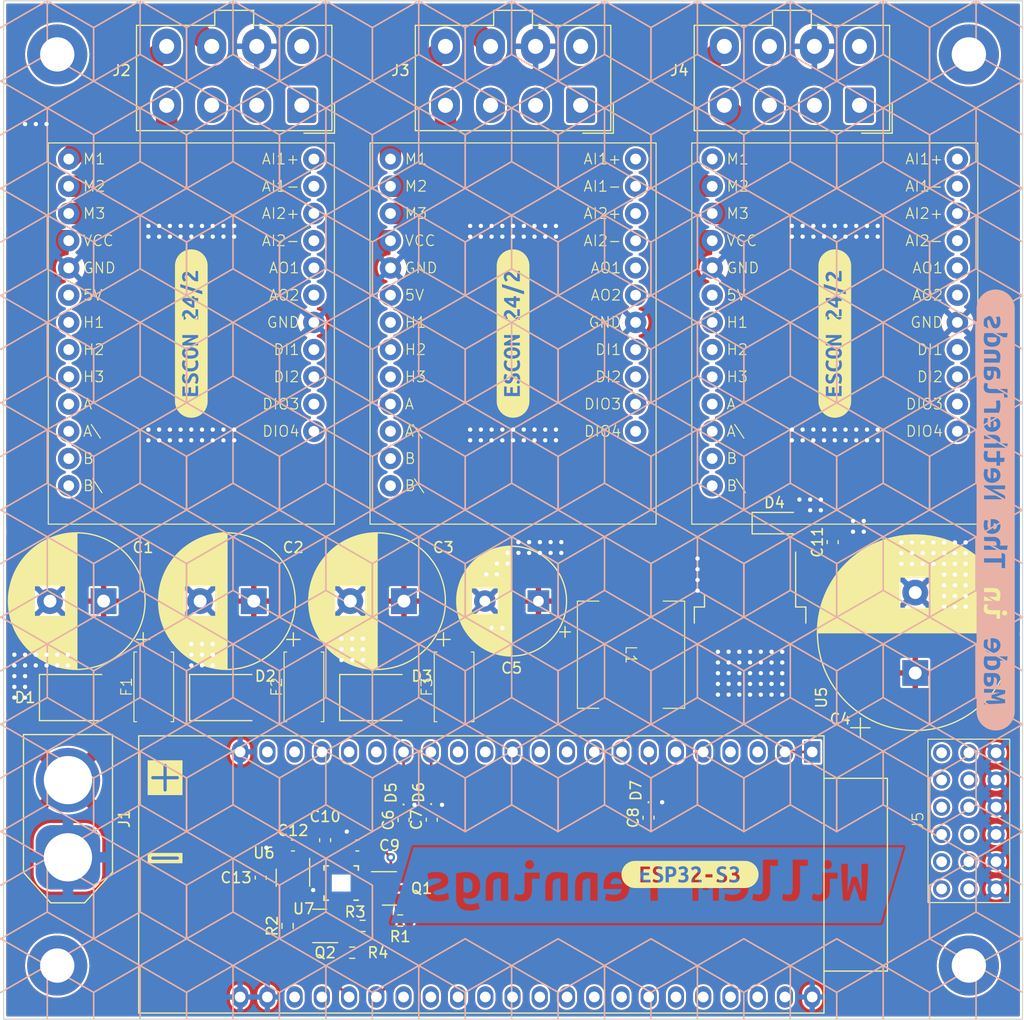
<source format=kicad_pcb>
(kicad_pcb (version 20221018) (generator pcbnew)
  (layers (0 "F.Cu" signal) (1 "In1.Cu" signal) (2 "In2.Cu" signal) (31 "B.Cu" signal) (34 "B.Paste" user) (35 "F.Paste" user) (36 "B.SilkS" user "B.Silkscreen") (37 "F.SilkS" user "F.Silkscreen") (38 "B.Mask" user) (39 "F.Mask" user) (44 "Edge.Cuts" user))
  (net 0 "")
  (net 1 "GND")
  (net 2 "VCC_M1")
  (net 3 "VCC_M2")
  (net 4 "VCC_M3")
  (net 5 "+24V")
  (net 6 "+5V")
  (net 7 "AO1_M1")
  (net 8 "AO1_M2")
  (net 9 "AO1_M3")
  (net 10 "+1V8")
  (net 11 "Net-(U7-REGOUT)")
  (net 12 "Net-(D4-K)")
  (net 13 "H1_M1")
  (net 14 "H2_M1")
  (net 15 "5V_M1")
  (net 16 "P3_M1")
  (net 17 "H3_M1")
  (net 18 "P1_M1")
  (net 19 "P2_M1")
  (net 20 "H1_M2")
  (net 21 "H2_M2")
  (net 22 "5V_M2")
  (net 23 "P3_M2")
  (net 24 "H3_M2")
  (net 25 "P1_M2")
  (net 26 "P2_M2")
  (net 27 "H1_M3")
  (net 28 "H2_M3")
  (net 29 "5V_M3")
  (net 30 "P3_M3")
  (net 31 "H3_M3")
  (net 32 "P1_M3")
  (net 33 "P2_M3")
  (net 34 "SERVO1")
  (net 35 "SERVO2")
  (net 36 "SERVO3")
  (net 37 "SERVO4")
  (net 38 "SERVO5")
  (net 39 "SERVO6")
  (net 40 "SDA_1V8")
  (net 41 "SDA")
  (net 42 "SCL_1V8")
  (net 43 "SCL")
  (net 48 "+3V3")
  (net 50 "DI2_M1")
  (net 60 "DI1_M1")
  (net 62 "DI2_M2")
  (net 72 "DI1_M2")
  (net 74 "DI2_M3")
  (net 80 "DI1_M3")
  (footprint "Package_TO_SOT_SMD:SOT-23-5" (layer "F.Cu") (at 46.975 101.8 -90)
    (fp_text reference "U6")
    (fp_text value "~")
  )
  (footprint "Diode_SMD:D_SMB" (layer "F.Cu") (at 55 85)
    (fp_text reference "D3")
    (fp_text value "D_TVS")
  )
  (footprint "PCM_Espressif:ESP32-S3-DevKitC" (layer "F.Cu") (at 95.39208 90.07 -90)
    (fp_text reference "U4" hide)
    (fp_text value "ESP32-S3-DevKitC" hide)
  )
  (footprint "Capacitor_SMD:C_0603_1608Metric" (layer "F.Cu") (at 52.975 98.8)
    (fp_text reference "C9")
    (fp_text value "0.1uF")
  )
  (footprint "MountingHole:MountingHole_3.2mm_M3_DIN965_Pad" (layer "F.Cu") (at 110 110)
    (fp_text reference "H4" hide)
    (fp_text value "MountingHole")
  )
  (footprint "cube-motherboard:Escon_24" (layer "F.Cu") (at 37.5 50)
    (fp_text reference "U1")
    (fp_text value "Escon_24/2")
  )
  (footprint "Package_TO_SOT_SMD:SOT-23" (layer "F.Cu") (at 49.475 106.3 180)
    (fp_text reference "Q2")
    (fp_text value "BSS138")
  )
  (footprint "Connector_AMASS:AMASS_XT60-F_1x02_P7.20mm_Vertical" (layer "F.Cu") (at 26 99.9 90)
    (fp_text reference "J1")
    (fp_text value "Conn_01x02")
  )
  (footprint "Capacitor_THT:CP_Radial_D10.0mm_P5.00mm" (layer "F.Cu") (at 69.867677 76 180)
    (fp_text reference "C5")
    (fp_text value "C_Polarized")
  )
  (footprint "MountingHole:MountingHole_3.2mm_M3_DIN965_Pad" (layer "F.Cu") (at 25 25)
    (fp_text reference "H1" hide)
    (fp_text value "MountingHole")
  )
  (footprint "kibuzzard-65625B53" (layer "F.Cu") (at 37.5 51.04 90)
    (fp_text reference "kibuzzard-65625B53" hide)
    (fp_text value "G***" hide)
  )
  (footprint "Diode_SMD:D_0402_1005Metric" (layer "F.Cu") (at 57.29208 93.88 90)
    (fp_text reference "D5")
    (fp_text value "D_TVS")
  )
  (footprint "Diode_SMD:D_0402_1005Metric" (layer "F.Cu") (at 59.86 93.8425 90)
    (fp_text reference "D6")
    (fp_text value "D_TVS")
  )
  (footprint "Capacitor_SMD:C_0603_1608Metric" (layer "F.Cu") (at 57.29208 96.42 90)
    (fp_text reference "C6")
    (fp_text value "0.1uF")
  )
  (footprint "kibuzzard-65625B53" (layer "F.Cu") (at 97.5 51.04 90)
    (fp_text reference "kibuzzard-65625B53" hide)
    (fp_text value "G***" hide)
  )
  (footprint "cube-motherboard:PinHeader_03x06" (layer "F.Cu") (at 110 96.5 90)
    (fp_text reference "J5")
    (fp_text value "Conn_01x18" hide)
  )
  (footprint "Capacitor_SMD:C_0603_1608Metric" (layer "F.Cu") (at 43.975 101.8 90)
    (fp_text reference "C13")
    (fp_text value "10uF")
  )
  (footprint "cube-motherboard:Littelfuse 0157004.DR" (layer "F.Cu") (at 62 84 90)
    (fp_text reference "F3")
    (fp_text value "Fuse")
  )
  (footprint "Sensor_Motion:InvenSense_QFN-24_3x3mm_P0.4mm" (layer "F.Cu") (at 51.475 102.3 180)
    (fp_text reference "U7")
    (fp_text value "ICM-20948")
  )
  (footprint "Resistor_SMD:R_0603_1608Metric" (layer "F.Cu") (at 53.475 106.3)
    (fp_text reference "R3")
    (fp_text value "10k")
  )
  (footprint "Capacitor_SMD:C_0603_1608Metric" (layer "F.Cu") (at 80.13 96.205 90)
    (fp_text reference "C8")
    (fp_text value "0.1uF")
  )
  (footprint "Diode_SMD:D_SMB" (layer "F.Cu") (at 27 85)
    (fp_text reference "D1")
    (fp_text value "D_TVS")
  )
  (footprint "Diode_SMD:D_SMB" (layer "F.Cu") (at 41 85)
    (fp_text reference "D2")
    (fp_text value "D_TVS")
  )
  (footprint "Connector_Molex:Molex_Mini-Fit_Jr_5566-08A_2x04_P4.20mm_Vertical" (layer "F.Cu") (at 47.8 29.75 180)
    (fp_text reference "J2")
    (fp_text value "Conn_02x04_Top_Bottom")
  )
  (footprint "Diode_SMD:D_SOD-123F" (layer "F.Cu") (at 92 68.725)
    (fp_text reference "D4")
    (fp_text value "SS34")
  )
  (footprint "cube-motherboard:Littelfuse 0157004.DR" (layer "F.Cu") (at 34 84 90)
    (fp_text reference "F1")
    (fp_text value "Fuse")
  )
  (footprint "cube-motherboard:Escon_24" (layer "F.Cu") (at 67.5 50)
    (fp_text reference "U2")
    (fp_text value "Escon_24/2")
  )
  (footprint "Capacitor_THT:CP_Radial_D12.5mm_P5.00mm" (layer "F.Cu") (at 43.323959 76 180)
    (fp_text reference "C2")
    (fp_text value "C_Polarized")
  )
  (footprint "Diode_SMD:D_0402_1005Metric" (layer "F.Cu") (at 80.13 93.6725 90)
    (fp_text reference "D7")
    (fp_text value "D_TVS")
  )
  (footprint "Connector_Molex:Molex_Mini-Fit_Jr_5566-08A_2x04_P4.20mm_Vertical" (layer "F.Cu") (at 73.8 29.75 180)
    (fp_text reference "J3")
    (fp_text value "Conn_02x04_Top_Bottom")
  )
  (footprint "Capacitor_THT:CP_Radial_D12.5mm_P5.00mm" (layer "F.Cu") (at 29.323959 76 180)
    (fp_text reference "C1")
    (fp_text value "C_Polarized")
  )
  (footprint "Capacitor_THT:CP_Radial_D18.0mm_P7.50mm" (layer "F.Cu") (at 105 82.70278 90)
    (fp_text reference "C4")
    (fp_text value "470uF 50V")
  )
  (footprint "Capacitor_SMD:C_0603_1608Metric" (layer "F.Cu") (at 59.92 96.39 90)
    (fp_text reference "C7")
    (fp_text value "0.1uF")
  )
  (footprint "Resistor_SMD:R_0603_1608Metric" (layer "F.Cu") (at 52.5 108.8 180)
    (fp_text reference "R4")
    (fp_text value "10k")
  )
  (footprint "Capacitor_THT:CP_Radial_D12.5mm_P5.00mm" (layer "F.Cu") (at 57.323959 76 180)
    (fp_text reference "C3")
    (fp_text value "C_Polarized")
  )
  (footprint "cube-motherboard:Escon_24" (layer "F.Cu") (at 97.5 50)
    (fp_text reference "U3")
    (fp_text value "Escon_24/2")
  )
  (footprint "cube-motherboard:Bourns SRP1050WA-680M" (layer "F.Cu") (at 78.5 81 -90)
    (fp_text reference "L1")
    (fp_text value "68 uH")
  )
  (footprint "Capacitor_SMD:C_0603_1608Metric" (layer "F.Cu") (at 97.3 70.5 90)
    (fp_text reference "C11")
    (fp_text value "0.1uF 50V")
  )
  (footprint "MountingHole:MountingHole_3.2mm_M3_DIN965_Pad" (layer "F.Cu") (at 25 110)
    (fp_text reference "H3" hide)
    (fp_text value "MountingHole")
  )
  (footprint "Resistor_SMD:R_0603_1608Metric" (layer "F.Cu") (at 56.975 105.8)
    (fp_text reference "R1")
    (fp_text value "10k")
  )
  (footprint "kibuzzard-65625B53" (layer "F.Cu") (at 67.5 51.04 90)
    (fp_text reference "kibuzzard-65625B53" hide)
    (fp_text value "G***" hide)
  )
  (footprint "kibuzzard-65625B38" (layer "F.Cu") (at 84 101.5)
    (fp_text reference "kibuzzard-65625B38" hide)
    (fp_text value "G***" hide)
  )
  (footprint "Capacitor_SMD:C_0603_1608Metric" (layer "F.Cu") (at 49.975 98.3 90)
    (fp_text reference "C10")
    (fp_text value "0.1uF")
  )
  (footprint "Resistor_SMD:R_0603_1608Metric" (layer "F.Cu") (at 46.475 106.3 90)
    (fp_text reference "R2")
    (fp_text value "10k")
  )
  (footprint "Capacitor_SMD:C_0603_1608Metric" (layer "F.Cu") (at 46.975 98.8 180)
    (fp_text reference "C12")
    (fp_text value "10uF")
  )
  (footprint "Package_TO_SOT_SMD:SOT-23" (layer "F.Cu") (at 55.975 102.8)
    (fp_text reference "Q1")
    (fp_text value "BSS138")
  )
  (footprint "Package_TO_SOT_SMD:TO-263-5_TabPin3" (layer "F.Cu") (at 89.6 81.375 -90)
    (fp_text reference "U5")
    (fp_text value "LM2596S-5")
  )
  (footprint "Connector_Molex:Molex_Mini-Fit_Jr_5566-08A_2x04_P4.20mm_Vertical" (layer "F.Cu") (at 99.8 29.75 180)
    (fp_text reference "J4")
    (fp_text value "Conn_02x04_Top_Bottom")
  )
  (footprint "MountingHole:MountingHole_3.2mm_M3_DIN965_Pad" (layer "F.Cu") (at 110 25)
    (fp_text reference "H2" hide)
    (fp_text value "MountingHole")
  )
  (footprint "cube-motherboard:Littelfuse 0157004.DR" (layer "F.Cu") (at 48 84 90)
    (fp_text reference "F2")
    (fp_text value "Fuse")
  )
  (footprint "kibuzzard-65625AD1" (layer "B.Cu") (at 80 102.5 180)
    (fp_text reference "kibuzzard-65625AD1" hide)
    (fp_text value "G***" hide)
  )
  (footprint "kibuzzard-656267AE" (layer "B.Cu") (at 112.5 67.5 90)
    (fp_text reference "kibuzzard-656267AE" hide)
    (fp_text value "G***" hide)
  )
  (gr_line (start 37.057714 112.5) (end 41.387841 110) (stroke (width 0.15)) (layer "B.SilkS"))
  (gr_line (start 28.39746 72.5) (end 32.727587 70) (stroke (width 0.15)) (layer "B.SilkS"))
  (gr_line (start 89.019238 62.5) (end 89.019238 67.5) (stroke (width 0.15)) (layer "B.SilkS"))
  (gr_line (start 110.669873 110) (end 106.339746 107.5) (stroke (width 0.15)) (layer "B.SilkS"))
  (gr_line (start 110.669873 45) (end 115 47.5) (stroke (width 0.15)) (layer "B.SilkS"))
  (gr_line (start 110.669873 90) (end 115 92.5) (stroke (width 0.15)) (layer "B.SilkS"))
  (gr_line (start 58.708349 40) (end 63.038476 42.5) (stroke (width 0.15)) (layer "B.SilkS"))
  (gr_line (start 58.708349 90) (end 58.708349 95) (stroke (width 0.15)) (layer "B.SilkS"))
  (gr_line (start 28.39746 97.5) (end 24.067333 100) (stroke (width 0.15)) (layer "B.SilkS"))
  (gr_line (start 110.669873 90) (end 110.669873 95) (stroke (width 0.15)) (layer "B.SilkS"))
  (gr_line (start 110.669873 55) (end 115 57.5) (stroke (width 0.15)) (layer "B.SilkS"))
  (gr_line (start 41.387841 25) (end 45.717968 27.5) (stroke (width 0.15)) (layer "B.SilkS"))
  (gr_line (start 80.358984 27.5) (end 76.028857 30) (stroke (width 0.15)) (layer "B.SilkS"))
  (gr_line (start 97.679492 22.5) (end 102.009619 20) (stroke (width 0.15)) (layer "B.SilkS"))
  (gr_line (start 84.689111 60) (end 89.019238 62.5) (stroke (width 0.15)) (layer "B.SilkS"))
  (gr_line (start 89.019238 27.5) (end 84.689111 30) (stroke (width 0.15)) (layer "B.SilkS"))
  (gr_line (start 58.708349 70) (end 58.708349 75) (stroke (width 0.15)) (layer "B.SilkS"))
  (gr_line (start 37.057714 72.5) (end 41.387841 70) (stroke (width 0.15)) (layer "B.SilkS"))
  (gr_line (start 76.028857 110) (end 76.028857 115) (stroke (width 0.15)) (layer "B.SilkS"))
  (gr_line (start 110.669873 45) (end 106.339746 47.5) (stroke (width 0.15)) (layer "B.SilkS"))
  (gr_line (start 76.028857 85) (end 80.358984 87.5) (stroke (width 0.15)) (layer "B.SilkS"))
  (gr_line (start 41.387841 80) (end 45.717968 82.5) (stroke (width 0.15)) (layer "B.SilkS"))
  (gr_line (start 50.048095 85) (end 54.378222 87.5) (stroke (width 0.15)) (layer "B.SilkS"))
  (gr_line (start 106.339746 82.5) (end 106.339746 87.5) (stroke (width 0.15)) (layer "B.SilkS"))
  (gr_line (start 24.067333 45) (end 19.737206 47.5) (stroke (width 0.15)) (layer "B.SilkS"))
  (gr_line (start 24.067333 45) (end 28.39746 47.5) (stroke (width 0.15)) (layer "B.SilkS"))
  (gr_line (start 54.378222 52.5) (end 58.708349 50) (stroke (width 0.15)) (layer "B.SilkS"))
  (gr_line (start 67.368603 40) (end 67.368603 45) (stroke (width 0.15)) (layer "B.SilkS"))
  (gr_line (start 76.028857 40) (end 76.028857 45) (stroke (width 0.15)) (layer "B.SilkS"))
  (gr_line (start 24.067333 35) (end 19.737206 37.5) (stroke (width 0.15)) (layer "B.SilkS"))
  (gr_line (start 24.067333 40) (end 28.39746 42.5) (stroke (width 0.15)) (layer "B.SilkS"))
  (gr_line (start 93.349365 35) (end 97.679492 37.5) (stroke (width 0.15)) (layer "B.SilkS"))
  (gr_line (start 32.727587 45) (end 28.39746 47.5) (stroke (width 0.15)) (layer "B.SilkS"))
  (gr_line (start 76.028857 40) (end 80.358984 42.5) (stroke (width 0.15)) (layer "B.SilkS"))
  (gr_line (start 106.339746 107.5) (end 102.009619 110) (stroke (width 0.15)) (layer "B.SilkS"))
  (gr_line (start 80.358984 52.5) (end 84.689111 50) (stroke (width 0.15)) (layer "B.SilkS"))
  (gr_line (start 58.708349 35) (end 63.038476 37.5) (stroke (width 0.15)) (layer "B.SilkS"))
  (gr_line (start 37.057714 67.5) (end 32.727587 70) (stroke (width 0.15)) (layer "B.SilkS"))
  (gr_line (start 67.368603 40) (end 63.038476 37.5) (stroke (width 0.15)) (layer "B.SilkS"))
  (gr_line (start 110.669873 50) (end 110.669873 55) (stroke (width 0.15)) (layer "B.SilkS"))
  (gr_line (start 93.349365 80) (end 89.019238 77.5) (stroke (width 0.15)) (layer "B.SilkS"))
  (gr_line (start 58.708349 40) (end 58.708349 45) (stroke (width 0.15)) (layer "B.SilkS"))
  (gr_line (start 19.737206 112.5) (end 24.067333 110) (stroke (width 0.15)) (layer "B.SilkS"))
  (gr_line (start 102.009619 35) (end 106.339746 37.5) (stroke (width 0.15)) (layer "B.SilkS"))
  (gr_line (start 93.349365 110) (end 93.349365 115) (stroke (width 0.15)) (layer "B.SilkS"))
  (gr_line (start 28.39746 107.5) (end 24.067333 110) (stroke (width 0.15)) (layer "B.SilkS"))
  (gr_line (start 32.727587 50) (end 28.39746 47.5) (stroke (width 0.15)) (layer "B.SilkS"))
  (gr_line (start 24.067333 65) (end 28.39746 67.5) (stroke (width 0.15)) (layer "B.SilkS"))
  (gr_line (start 110.669873 50) (end 106.339746 47.5) (stroke (width 0.15)) (layer "B.SilkS"))
  (gr_line (start 97.679492 47.5) (end 97.679492 42.5) (stroke (width 0.15)) (layer "B.SilkS"))
  (gr_line (start 41.387841 60) (end 41.387841 65) (stroke (width 0.15)) (layer "B.SilkS"))
  (gr_line (start 84.689111 70) (end 84.689111 75) (stroke (width 0.15)) (layer "B.SilkS"))
  (gr_line (start 24.067333 60) (end 24.067333 65) (stroke (width 0.15)) (layer "B.SilkS"))
  (gr_line (start 93.349365 70) (end 97.679492 72.5) (stroke (width 0.15)) (layer "B.SilkS"))
  (gr_line (start 76.028857 30) (end 76.028857 35) (stroke (width 0.15)) (layer "B.SilkS"))
  (gr_line (start 58.708349 25) (end 63.038476 27.5) (stroke (width 0.15)) (layer "B.SilkS"))
  (gr_line (start 45.717968 72.5) (end 45.717968 77.5) (stroke (width 0.15)) (layer "B.SilkS"))
  (gr_line (start 80.358984 62.5) (end 80.358984 67.5) (stroke (width 0.15)) (layer "B.SilkS"))
  (gr_line (start 71.69873 92.5) (end 76.028857 90) (stroke (width 0.15)) (layer "B.SilkS"))
  (gr_line (start 110.669873 70) (end 110.669873 75) (stroke (width 0.15)) (layer "B.SilkS"))
  (gr_line (start 84.689111 60) (end 84.689111 65) (stroke (width 0.15)) (layer "B.SilkS"))
  (gr_line (start 84.689111 95) (end 80.358984 97.5) (stroke (width 0.15)) (layer "B.SilkS"))
  (gr_line (start 89.019238 72.5) (end 93.349365 70) (stroke (width 0.15)) (layer "B.SilkS"))
  (gr_line (start 24.067333 100) (end 19.737206 97.5) (stroke (width 0.15)) (layer "B.SilkS"))
  (gr_line (start 106.339746 77.5) (end 106.339746 72.5) (stroke (width 0.15)) (layer "B.SilkS"))
  (gr_line (start 32.727587 90) (end 32.727587 95) (stroke (width 0.15)) (layer "B.SilkS"))
  (gr_line (start 89.019238 72.5) (end 89.019238 77.5) (stroke (width 0.15)) (layer "B.SilkS"))
  (gr_line (start 24.067333 75) (end 19.737206 77.5) (stroke (width 0.15)) (layer "B.SilkS"))
  (gr_line (start 80.358984 57.5) (end 80.358984 52.5) (stroke (width 0.15)) (layer "B.SilkS"))
  (gr_line (start 115 57.5) (end 110.669873 60) (stroke (width 0.15)) (layer "B.SilkS"))
  (gr_line (start 50.048095 30) (end 50.048095 35) (stroke (width 0.15)) (layer "B.SilkS"))
  (gr_line (start 45.717968 27.5) (end 45.717968 22.5) (stroke (width 0.15)) (layer "B.SilkS"))
  (gr_line (start 71.69873 52.5) (end 76.028857 50) (stroke (width 0.15)) (layer "B.SilkS"))
  (gr_line (start 71.69873 22.5) (end 71.69873 27.5) (stroke (width 0.15)) (layer "B.SilkS"))
  (gr_line (start 102.009619 45) (end 106.339746 47.5) (stroke (width 0.15)) (layer "B.SilkS"))
  (gr_line (start 89.019238 87.5) (end 89.019238 82.5) (stroke (width 0.15)) (layer "B.SilkS"))
  (gr_line (start 50.048095 45) (end 45.717968 47.5) (stroke (width 0.15)) (layer "B.SilkS"))
  (gr_line (start 110.669873 20) (end 115 22.5) (stroke (width 0.15)) (layer "B.SilkS"))
  (gr_line (start 24.067333 100) (end 28.39746 102.5) (stroke (width 0.15)) (layer "B.SilkS"))
  (gr_line (start 89.019238 92.5) (end 93.349365 90) (stroke (width 0.15)) (layer "B.SilkS"))
  (gr_line (start 93.349365 110) (end 89.019238 107.5) (stroke (width 0.15)) (layer "B.SilkS"))
  (gr_line (start 76.028857 65) (end 80.358984 67.5) (stroke (width 0.15)) (layer "B.SilkS"))
  (gr_line (start 41.387841 75) (end 45.717968 77.5) (stroke (width 0.15)) (layer "B.SilkS"))
  (gr_line (start 63.038476 82.5) (end 63.038476 87.5) (stroke (width 0.15)) (layer "B.SilkS"))
  (gr_line (start 19.737206 32.5) (end 24.067333 30) (stroke (width 0.15)) (layer "B.SilkS"))
  (gr_line (start 50.048095 90) (end 45.717968 87.5) (stroke (width 0.15)) (layer "B.SilkS"))
  (gr_line (start 54.378222 57.5) (end 54.378222 52.5) (stroke (width 0.15)) (layer "B.SilkS"))
  (gr_line (start 110.669873 110) (end 115 112.5) (stroke (width 0.15)) (layer "B.SilkS"))
  (gr_line (start 50.048095 40) (end 45.717968 37.5) (stroke (width 0.15)) (layer "B.SilkS"))
  (gr_line (start 110.669873 100) (end 115 102.5) (stroke (width 0.15)) (layer "B.SilkS"))
  (gr_line (start 67.368603 50) (end 63.038476 47.5) (stroke (width 0.15)) (layer "B.SilkS"))
  (gr_line (start 32.727587 95) (end 28.39746 97.5) (stroke (width 0.15)) (layer "B.SilkS"))
  (gr_line (start 76.028857 80) (end 80.358984 82.5) (stroke (width 0.15)) (layer "B.SilkS"))
  (gr_line (start 63.038476 62.5) (end 67.368603 60) (stroke (width 0.15)) (layer "B.SilkS"))
  (gr_line (start 54.378222 107.5) (end 50.048095 110) (stroke (width 0.15)) (layer "B.SilkS"))
  (gr_line (start 50.048095 100) (end 50.048095 105) (stroke (width 0.15)) (layer "B.SilkS"))
  (gr_line (start 37.057714 115) (end 37.057714 112.5) (stroke (width 0.15)) (layer "B.SilkS"))
  (gr_line (start 89.019238 37.5) (end 89.019238 32.5) (stroke (width 0.15)) (layer "B.SilkS"))
  (gr_line (start 89.019238 82.5) (end 89.019238 87.5) (stroke (width 0.15)) (layer "B.SilkS"))
  (gr_line (start 37.057714 82.5) (end 41.387841 80) (stroke (width 0.15)) (layer "B.SilkS"))
  (gr_line (start 41.387841 110) (end 45.717968 112.5) (stroke (width 0.15)) (layer "B.SilkS"))
  (gr_line (start 63.038476 115) (end 63.038476 112.5) (stroke (width 0.15)) (layer "B.SilkS"))
  (gr_line (start 45.717968 107.5) (end 45.717968 102.5) (stroke (width 0.15)) (layer "B.SilkS"))
  (gr_line (start 106.339746 107.5) (end 106.339746 102.5) (stroke (width 0.15)) (layer "B.SilkS"))
  (gr_line (start 28.39746 67.5) (end 24.067333 70) (stroke (width 0.15)) (layer "B.SilkS"))
  (gr_line (start 32.727587 95) (end 37.057714 97.5) (stroke (width 0.15)) (layer "B.SilkS"))
  (gr_line (start 58.708349 85) (end 63.038476 87.5) (stroke (width 0.15)) (layer "B.SilkS"))
  (gr_line (start 93.349365 90) (end 93.349365 95) (stroke (width 0.15)) (layer "B.SilkS"))
  (gr_line (start 80.358984 32.5) (end 84.689111 30) (stroke (width 0.15)) (layer "B.SilkS"))
  (gr_line (start 41.387841 60) (end 37.057714 57.5) (stroke (width 0.15)) (layer "B.SilkS"))
  (gr_line (start 110.669873 30) (end 110.669873 35) (stroke (width 0.15)) (layer "B.SilkS"))
  (gr_line (start 45.717968 57.5) (end 45.717968 52.5) (stroke (width 0.15)) (layer "B.SilkS"))
  (gr_line (start 97.679492 87.5) (end 97.679492 82.5) (stroke (width 0.15)) (layer "B.SilkS"))
  (gr_line (start 67.368603 95) (end 71.69873 97.5) (stroke (width 0.15)) (layer "B.SilkS"))
  (gr_line (start 102.009619 75) (end 97.679492 77.5) (stroke (width 0.15)) (layer "B.SilkS"))
  (gr_line (start 106.339746 32.5) (end 110.669873 30) (stroke (width 0.15)) (layer "B.SilkS"))
  (gr_line (start 54.378222 27.5) (end 50.048095 30) (stroke (width 0.15)) (layer "B.SilkS"))
  (gr_line (start 93.349365 50) (end 89.019238 47.5) (stroke (width 0.15)) (layer "B.SilkS"))
  (gr_line (start 106.339746 72.5) (end 110.669873 70) (stroke (width 0.15)) (layer "B.SilkS"))
  (gr_line (start 63.038476 32.5) (end 63.038476 37.5) (stroke (width 0.15)) (layer "B.SilkS"))
  (gr_line (start 84.689111 25) (end 80.358984 27.5) (stroke (width 0.15)) (layer "B.SilkS"))
  (gr_line (start 41.387841 110) (end 41.387841 115) (stroke (width 0.15)) (layer "B.SilkS"))
  (gr_line (start 84.689111 50) (end 80.358984 47.5) (stroke (width 0.15)) (layer "B.SilkS"))
  (gr_line (start 97.679492 22.5) (end 97.679492 27.5) (stroke (width 0.15)) (layer "B.SilkS"))
  (gr_line (start 28.39746 32.5) (end 32.727587 30) (stroke (width 0.15)) (layer "B.SilkS"))
  (gr_line (start 76.028857 20) (end 76.028857 25) (stroke (width 0.15)) (layer "B.SilkS"))
  (gr_line (start 24.067333 60) (end 28.39746 62.5) (stroke (width 0.15)) (layer "B.SilkS"))
  (gr_line (start 41.387841 90) (end 41.387841 95) (stroke (width 0.15)) (layer "B.SilkS"))
  (gr_line (start 76.028857 50) (end 76.028857 55) (stroke (width 0.15)) (layer "B.SilkS"))
  (gr_line (start 28.39746 77.5) (end 24.067333 80) (stroke (width 0.15)) (layer "B.SilkS"))
  (gr_line (start 84.689111 55) (end 80.358984 57.5) (stroke (width 0.15)) (layer "B.SilkS"))
  (gr_line (start 28.39746 112.5) (end 32.727587 110) (stroke (width 0.15)) (layer "B.SilkS"))
  (gr_line (start 106.339746 62.5) (end 106.339746 67.5) (stroke (width 0.15)) (layer "B.SilkS"))
  (gr_line (start 37.057714 72.5) (end 37.057714 77.5) (stroke (width 0.15)) (layer "B.SilkS"))
  (gr_line (start 80.358984 32.5) (end 80.358984 37.5) (stroke (width 0.15)) (layer "B.SilkS"))
  (gr_line (start 50.048095 25) (end 45.717968 27.5) (stroke (width 0.15)) (layer "B.SilkS"))
  (gr_line (start 84.689111 25) (end 89.019238 27.5) (stroke (width 0.15)) (layer "B.SilkS"))
  (gr_line (start 89.019238 52.5) (end 89.019238 57.5) (stroke (width 0.15)) (layer "B.SilkS"))
  (gr_line (start 80.358984 87.5) (end 76.028857 90) (stroke (width 0.15)) (layer "B.SilkS"))
  (gr_line (start 28.39746 42.5) (end 32.727587 40) (stroke (width 0.15)) (layer "B.SilkS"))
  (gr_line (start 97.679492 67.5) (end 93.349365 70) (stroke (width 0.15)) (layer "B.SilkS"))
  (gr_line (start 93.349365 85) (end 97.679492 87.5) (stroke (width 0.15)) (layer "B.SilkS"))
  (gr_line (start 24.067333 90) (end 19.737206 87.5) (stroke (width 0.15)) (layer "B.SilkS"))
  (gr_line (start 106.339746 22.5) (end 110.669873 20) (stroke (width 0.15)) (layer "B.SilkS"))
  (gr_line (start 58.708349 110) (end 63.038476 112.5) (stroke (width 0.15)) (layer "B.SilkS"))
  (gr_line (start 37.057714 27.5) (end 37.057714 22.5) (stroke (width 0.15)) (layer "B.SilkS"))
  (gr_line (start 58.708349 25) (end 54.378222 27.5) (stroke (width 0.15)) (layer "B.SilkS"))
  (gr_line (start 84.689111 95) (end 89.019238 97.5) (stroke (width 0.15)) (layer "B.SilkS"))
  (gr_line (start 28.39746 87.5) (end 28.39746 82.5) (stroke (width 0.15)) (layer "B.SilkS"))
  (gr_line (start 24.067333 70) (end 28.39746 72.5) (stroke (width 0.15)) (layer "B.SilkS"))
  (gr_line (start 71.69873 52.5) (end 71.69873 57.5) (stroke (width 0.15)) (layer "B.SilkS"))
  (gr_line (start 67.368603 35) (end 63.038476 37.5) (stroke (width 0.15)) (layer "B.SilkS"))
  (gr_line (start 45.717968 62.5) (end 45.717968 67.5) (stroke (width 0.15)) (layer "B.SilkS"))
  (gr_line (start 63.038476 97.5) (end 63.038476 92.5) (stroke (width 0.15)) (layer "B.SilkS"))
  (gr_line (start 80.358984 92.5) (end 84.689111 90) (stroke (width 0.15)) (layer "B.SilkS"))
  (gr_line (start 54.378222 82.5) (end 58.708349 80) (stroke (width 0.15)) (layer "B.SilkS"))
  (gr_line (start 41.387841 35) (end 45.717968 37.5) (stroke (width 0.15)) (layer "B.SilkS"))
  (gr_line (start 37.057714 47.5) (end 32.727587 50) (stroke (width 0.15)) (layer "B.SilkS"))
  (gr_line (start 93.349365 85) (end 89.019238 87.5) (stroke (width 0.15)) (layer "B.SilkS"))
  (gr_line (start 50.048095 70) (end 50.048095 75) (stroke (width 0.15)) (layer "B.SilkS"))
  (gr_line (start 89.019238 47.5) (end 89.019238 42.5) (stroke (width 0.15)) (layer "B.SilkS"))
  (gr_line (start 106.339746 67.5) (end 106.339746 62.5) (stroke (width 0.15)) (layer "B.SilkS"))
  (gr_line (start 63.038476 52.5) (end 63.038476 57.5) (stroke (width 0.15)) (layer "B.SilkS"))
  (gr_line (start 89.019238 32.5) (end 93.349365 30) (stroke (width 0.15)) (layer "B.SilkS"))
  (gr_line (start 80.358984 72.5) (end 84.689111 70) (stroke (width 0.15)) (layer "B.SilkS"))
  (gr_line (start 32.727587 20) (end 37.057714 22.5) (stroke (width 0.15)) (layer "B.SilkS"))
  (gr_line (start 80.358984 22.5) (end 80.358984 27.5) (stroke (width 0.15)) (layer "B.SilkS"))
  (gr_line (start 110.669873 65) (end 106.339746 67.5) (stroke (width 0.15)) (layer "B.SilkS"))
  (gr_line (start 45.717968 52.5) (end 45.717968 57.5) (stroke (width 0.15)) (layer "B.SilkS"))
  (gr_line (start 54.378222 82.5) (end 54.378222 87.5) (stroke (width 0.15)) (layer "B.SilkS"))
  (gr_line (start 106.339746 42.5) (end 106.339746 47.5) (stroke (width 0.15)) (layer "B.SilkS"))
  (gr_line (start 102.009619 80) (end 106.339746 82.5) (stroke (width 0.15)) (layer "B.SilkS"))
  (gr_line (start 102.009619 60) (end 97.679492 57.5) (stroke (width 0.15)) (layer "B.SilkS"))
  (gr_line (start 67.368603 85) (end 63.038476 87.5) (stroke (width 0.15)) (layer "B.SilkS"))
  (gr_line (start 110.669873 105) (end 106.339746 107.5) (stroke (width 0.15)) (layer "B.SilkS"))
  (gr_line (start 106.339746 37.5) (end 102.009619 40) (stroke (width 0.15)) (layer "B.SilkS"))
  (gr_line (start 24.067333 105) (end 19.737206 107.5) (stroke (width 0.15)) (layer "B.SilkS"))
  (gr_line (start 24.067333 60) (end 19.737206 57.5) (stroke (width 0.15)) (layer "B.SilkS"))
  (gr_line (start 110.669873 35) (end 106.339746 37.5) (stroke (width 0.15)) (layer "B.SilkS"))
  (gr_line (start 28.39746 82.5) (end 28.39746 87.5) (stroke (width 0.15)) (layer "B.SilkS"))
  (gr_line (start 41.387841 45) (end 45.717968 47.5) (stroke (width 0.15)) (layer "B.SilkS"))
  (gr_line (start 37.057714 97.5) (end 37.057714 92.5) (stroke (width 0.15)) (layer "B.SilkS"))
  (gr_line (start 97.679492 67.5) (end 97.679492 62.5) (stroke (width 0.15)) (layer "B.SilkS"))
  (gr_line (start 93.349365 25) (end 89.019238 27.5) (stroke (width 0.15)) (layer "B.SilkS"))
  (gr_line (start 71.69873 82.5) (end 76.028857 80) (stroke (width 0.15)) (layer "B.SilkS"))
  (gr_line (start 37.057714 92.5) (end 41.387841 90) (stroke (width 0.15)) (layer "B.SilkS"))
  (gr_line (start 37.057714 52.5) (end 41.387841 50) (stroke (width 0.15)) (layer "B.SilkS"))
  (gr_line (start 63.038476 87.5) (end 63.038476 82.5) (stroke (width 0.15)) (layer "B.SilkS"))
  (gr_line (start 80.358984 92.5) (end 80.358984 97.5) (stroke (width 0.15)) (layer "B.SilkS"))
  (gr_line (start 93.349365 20) (end 97.679492 22.5) (stroke (width 0.15)) (layer "B.SilkS"))
  (gr_line (start 110.669873 60) (end 110.669873 65) (stroke (width 0.15)) (layer "B.SilkS"))
  (gr_line (start 71.69873 32.5) (end 76.028857 30) (stroke (width 0.15)) (layer "B.SilkS"))
  (gr_line (start 106.339746 42.5) (end 110.669873 40) (stroke (width 0.15)) (layer "B.SilkS"))
  (gr_line (start 115 107.5) (end 110.669873 110) (stroke (width 0.15)) (layer "B.SilkS"))
  (gr_line (start 97.679492 82.5) (end 102.009619 80) (stroke (width 0.15)) (layer "B.SilkS"))
  (gr_line (start 71.69873 77.5) (end 71.69873 72.5) (stroke (width 0.15)) (layer "B.SilkS"))
  (gr_line (start 93.349365 60) (end 97.679492 62.5) (stroke (width 0.15)) (layer "B.SilkS"))
  (gr_line (start 41.387841 50) (end 45.717968 52.5) (stroke (width 0.15)) (layer "B.SilkS"))
  (gr_line (start 110.669873 85) (end 106.339746 87.5) (stroke (width 0.15)) (layer "B.SilkS"))
  (gr_line (start 24.067333 80) (end 19.737206 77.5) (stroke (width 0.15)) (layer "B.SilkS"))
  (gr_line (start 50.048095 50) (end 50.048095 55) (stroke (width 0.15)) (layer "B.SilkS"))
  (gr_line (start 32.727587 40) (end 28.39746 37.5) (stroke (width 0.15)) (layer "B.SilkS"))
  (gr_line (start 102.009619 85) (end 106.339746 87.5) (stroke (width 0.15)) (layer "B.SilkS"))
  (gr_line (start 110.669873 60) (end 115 62.5) (stroke (width 0.15)) (layer "B.SilkS"))
  (gr_line (start 97.679492 62.5) (end 102.009619 60) (stroke (width 0.15)) (layer "B.SilkS"))
  (gr_line (start 58.708349 60) (end 54.378222 57.5) (stroke (width 0.15)) (layer "B.SilkS"))
  (gr_line (start 63.038476 92.5) (end 67.368603 90) (stroke (width 0.15)) (layer "B.SilkS"))
  (gr_line (start 50.048095 55) (end 54.378222 57.5) (stroke (width 0.15)) (layer "B.SilkS"))
  (gr_line (start 97.679492 72.5) (end 97.679492 77.5) (stroke (width 0.15)) (layer "B.SilkS"))
  (gr_line (start 110.669873 25) (end 115 27.5) (stroke (width 0.15)) (layer "B.SilkS"))
  (gr_line (start 37.057714 107.5) (end 32.727587 110) (stroke (width 0.15)) (layer "B.SilkS"))
  (gr_line (start 54.378222 37.5) (end 50.048095 40) (stroke (width 0.15)) (layer "B.SilkS"))
  (gr_line (start 80.358984 52.5) (end 80.358984 57.5) (stroke (width 0.15)) (layer "B.SilkS"))
  (gr_line (start 110.669873 55) (end 106.339746 57.5) (stroke (width 0.15)) (layer "B.SilkS"))
  (gr_line (start 67.368603 30) (end 71.69873 32.5) (stroke (width 0.15)) (layer "B.SilkS"))
  (gr_line (start 45.717968 42.5) (end 45.717968 47.5) (stroke (width 0.15)) (layer "B.SilkS"))
  (gr_line (start 50.048095 105) (end 45.717968 107.5) (stroke (width 0.15)) (layer "B.SilkS"))
  (gr_line (start 19.737206 62.5) (end 24.067333 60) (stroke (width 0.15)) (layer "B.SilkS"))
  (gr_line (start 80.358984 82.5) (end 84.689111 80) (stroke (width 0.15)) (layer "B.SilkS"))
  (gr_line (start 76.028857 75) (end 71.69873 77.5) (stroke (width 0.15)) (layer "B.SilkS"))
  (gr_line (start 37.057714 57.5) (end 32.727587 60) (stroke (width 0.15)) (layer "B.SilkS"))
  (gr_line (start 32.727587 85) (end 28.39746 87.5) (stroke (width 0.15)) (layer "B.SilkS"))
  (gr_line (start 63.038476 77.5) (end 58.708349 80) (stroke (width 0.15)) (layer "B.SilkS"))
  (gr_line (start 71.69873 62.5) (end 71.69873 67.5) (stroke (width 0.15)) (layer "B.SilkS"))
  (gr_line (start 32.727587 45) (end 37.057714 47.5) (stroke (width 0.15)) (layer "B.SilkS"))
  (gr_line (start 93.349365 50) (end 97.679492 52.5) (stroke (width 0.15)) (layer "B.SilkS"))
  (gr_line (start 84.689111 20) (end 89.019238 22.5) (stroke (width 0.15)) (layer "B.SilkS"))
  (gr_line (start 28.39746 115) (end 28.39746 112.5) (stroke (width 0.15)) (layer "B.SilkS"))
  (gr_line (start 102.009619 95) (end 106.339746 97.5) (stroke (width 0.15)) (layer "B.SilkS"))
  (gr_line (start 71.69873 27.5) (end 67.368603 30) (stroke (width 0.15)) (layer "B.SilkS"))
  (gr_line (start 84.689111 30) (end 89.019238 32.5) (stroke (width 0.15)) (layer "B.SilkS"))
  (gr_line (start 54.378222 77.5) (end 50.048095 80) (stroke (width 0.15)) (layer "B.SilkS"))
  (gr_line (start 106.339746 47.5) (end 102.009619 50) (stroke (width 0.15)) (layer "B.SilkS"))
  (gr_line (start 24.067333 110) (end 19.737206 107.5) (stroke (width 0.15)) (layer "B.SilkS"))
  (gr_line (start 84.689111 85) (end 89.019238 87.5) (stroke (width 0.15)) (layer "B.SilkS"))
  (gr_line (start 50.048095 70) (end 54.378222 72.5) (stroke (width 0.15)) (layer "B.SilkS"))
  (gr_line (start 63.038476 27.5) (end 63.038476 22.5) (stroke (width 0.15)) (layer "B.SilkS"))
  (gr_line (start 84.689111 30) (end 84.689111 35) (stroke (width 0.15)) (layer "B.SilkS"))
  (gr_line (start 41.387841 95) (end 45.717968 97.5) (stroke (width 0.15)) (layer "B.SilkS"))
  (gr_line (start 80.358984 47.5) (end 80.358984 42.5) (stroke (width 0.15)) (layer "B.SilkS"))
  (gr_line (start 110.669873 40) (end 106.339746 37.5) (stroke (width 0.15)) (layer "B.SilkS"))
  (gr_line (start 67.368603 70) (end 67.368603 75) (stroke (width 0.15)) (layer "B.SilkS"))
  (gr_line (start 93.349365 40) (end 97.679492 42.5) (stroke (width 0.15)) (layer "B.SilkS"))
  (gr_line (start 24.067333 85) (end 19.737206 87.5) (stroke (width 0.15)) (layer "B.SilkS"))
  (gr_line (start 54.378222 72.5) (end 54.378222 77.5) (stroke (width 0.15)) (layer "B.SilkS"))
  (gr_line (start 24.067333 90) (end 24.067333 95) (stroke (width 0.15)) (layer "B.SilkS"))
  (gr_line (start 50.048095 110) (end 50.048095 115) (stroke (width 0.15)) (layer "B.SilkS"))
  (gr_line (start 50.048095 80) (end 54.378222 82.5) (stroke (width 0.15)) (layer "B.SilkS"))
  (gr_line (start 93.349365 75) (end 89.019238 77.5) (stroke (width 0.15)) (layer "B.SilkS"))
  (gr_line (start 54.378222 22.5) (end 58.708349 20) (stroke (width 0.15)) (layer "B.SilkS"))
  (gr_line (start 45.717968 67.5) (end 45.717968 62.5) (stroke (width 0.15)) (layer "B.SilkS"))
  (gr_line (start 58.708349 55) (end 54.378222 57.5) (stroke (width 0.15)) (layer "B.SilkS"))
  (gr_line (start 80.358984 67.5) (end 76.028857 70) (stroke (width 0.15)) (layer "B.SilkS"))
  (gr_line (start 54.378222 32.5) (end 54.378222 37.5) (stroke (width 0.15)) (layer "B.SilkS"))
  (gr_line (start 41.387841 80) (end 37.057714 77.5) (stroke (width 0.15)) (layer "B.SilkS"))
  (gr_line (start 84.689111 35) (end 80.358984 37.5) (stroke (width 0.15)) (layer "B.SilkS"))
  (gr_line (start 45.717968 22.5) (end 45.717968 27.5) (stroke (width 0.15)) (layer "B.SilkS"))
  (gr_line (start 102.009619 25) (end 97.679492 27.5) (stroke (width 0.15)) (layer "B.SilkS"))
  (gr_line (start 71.69873 87.5) (end 71.69873 82.5) (stroke (width 0.15)) (layer "B.SilkS"))
  (gr_line (start 106.339746 62.5) (end 110.669873 60) (stroke (width 0.15)) (layer "B.SilkS"))
  (gr_line (start 58.708349 35) (end 54.378222 37.5) (stroke (width 0.15)) (layer "B.SilkS"))
  (gr_line (start 102.009619 95) (end 97.679492 97.5) (stroke (width 0.15)) (layer "B.SilkS"))
  (gr_line (start 32.727587 60) (end 28.39746 57.5) (stroke (width 0.15)) (layer "B.SilkS"))
  (gr_line (start 71.69873 92.5) (end 71.69873 97.5) (stroke (width 0.15)) (layer "B.SilkS"))
  (gr_line (start 67.368603 80) (end 63.038476 77.5) (stroke (width 0.15)) (layer "B.SilkS"))
  (gr_line (start 71.69873 82.5) (end 71.69873 87.5) (stroke (width 0.15)) (layer "B.SilkS"))
  (gr_line (start 80.358984 82.5) (end 80.358984 87.5) (stroke (width 0.15)) (layer "B.SilkS"))
  (gr_line (start 32.727587 105) (end 37.057714 107.5) (stroke (width 0.15)) (layer "B.SilkS"))
  (gr_line (start 84.689111 35) (end 89.019238 37.5) (stroke (width 0.15)) (layer "B.SilkS"))
  (gr_line (start 97.679492 112.5) (end 97.679492 115) (stroke (width 0.15)) (layer "B.SilkS"))
  (gr_line (start 76.028857 35) (end 71.69873 37.5) (stroke (width 0.15)) (layer "B.SilkS"))
  (gr_line (start 58.708349 40) (end 54.378222 37.5) (stroke (width 0.15)) (layer "B.SilkS"))
  (gr_line (start 28.39746 22.5) (end 32.727587 20) (stroke (width 0.15)) (layer "B.SilkS"))
  (gr_line (start 106.339746 87.5) (end 106.339746 82.5) (stroke (width 0.15)) (layer "B.SilkS"))
  (gr_line (start 67.368603 95) (end 63.038476 97.5) (stroke (width 0.15)) (layer "B.SilkS"))
  (gr_line (start 45.717968 67.5) (end 41.387841 70) (stroke (width 0.15)) (layer "B.SilkS"))
  (gr_line (start 71.69873 97.5) (end 71.69873 92.5) (stroke (width 0.15)) (layer "B.SilkS"))
  (gr_line (start 76.028857 60) (end 76.028857 65) (stroke (width 0.15)) (layer "B.SilkS"))
  (gr_line (start 32.727587 75) (end 28.39746 77.5) (stroke (width 0.15)) (layer "B.SilkS"))
  (gr_line (start 58.708349 20) (end 63.038476 22.5) (stroke (width 0.15)) (layer "B.SilkS"))
  (gr_line (start 106.339746 92.5) (end 110.669873 90) (stroke (width 0.15)) (layer "B.SilkS"))
  (gr_line (start 102.009619 60) (end 106.339746 62.5) (stroke (width 0.15)) (layer "B.SilkS"))
  (gr_line (start 76.028857 55) (end 71.69873 57.5) (stroke (width 0.15)) (layer "B.SilkS"))
  (gr_line (start 45.717968 97.5) (end 45.717968 92.5) (stroke (width 0.15)) (layer "B.SilkS"))
  (gr_line (start 54.378222 62.5) (end 54.378222 67.5) (stroke (width 0.15)) (layer "B.SilkS"))
  (gr_line (start 28.39746 72.5) (end 28.39746 77.5) (stroke (width 0.15)) (layer "B.SilkS"))
  (gr_line (start 71.69873 22.5) (end 76.028857 20) (stroke (width 0.15)) (layer "B.SilkS"))
  (gr_line (start 63.038476 47.5) (end 63.038476 42.5) (stroke (width 0.15)) (layer "B.SilkS"))
  (gr_line (start 63.038476 72.5) (end 67.368603 70) (stroke (width 0.15)) (layer "B.SilkS"))
  (gr_line (start 50.048095 50) (end 54.378222 52.5) (stroke (width 0.15)) (layer "B.SilkS"))
  (gr_line (start 37.057714 52.5) (end 37.057714 57.5) (stroke (width 0.15)) (layer "B.SilkS"))
  (gr_line (start 67.368603 25) (end 71.69873 27.5) (stroke (width 0.15)) (layer "B.SilkS"))
  (gr_line (start 76.028857 30) (end 80.358984 32.5) (stroke (width 0.15)) (layer "B.SilkS"))
  (gr_line (start 28.39746 62.5) (end 32.727587 60) (stroke (width 0.15)) (layer "B.SilkS"))
  (gr_line (start 76.028857 110) (end 71.69873 107.5) (stroke (width 0.15)) (layer "B.SilkS"))
  (gr_line (start 97.679492 112.5) (end 102.009619 110) (stroke (width 0.15)) (layer "B.SilkS"))
  (gr_line (start 115 87.5) (end 110.669873 90) (stroke (width 0.15)) (layer "B.SilkS"))
  (gr_line (start 54.378222 92.5) (end 58.708349 90) (stroke (width 0.15)) (layer "B.SilkS"))
  (gr_line (start 58.708349 80) (end 54.378222 77.5) (stroke (width 0.15)) (layer "B.SilkS"))
  (gr_line (start 24.067333 95) (end 19.737206 97.5) (stroke (width 0.15)) (layer "B.SilkS"))
  (gr_line (start 32.727587 110) (end 37.057714 112.5) (stroke (width 0.15)) (layer "B.SilkS"))
  (gr_line (start 58.708349 110) (end 58.708349 115) (stroke (width 0.15)) (layer "B.SilkS"))
  (gr_line (start 106.339746 102.5) (end 106.339746 107.5) (stroke (width 0.15)) (layer "B.SilkS"))
  (gr_line (start 84.689111 40) (end 80.358984 37.5) (stroke (width 0.15)) (layer "B.SilkS"))
  (gr_line (start 93.349365 80) (end 93.349365 85) (stroke (width 0.15)) (layer "B.SilkS"))
  (gr_line (start 63.038476 32.5) (end 67.368603 30) (stroke (width 0.15)) (layer "B.SilkS"))
  (gr_line (start 32.727587 90) (end 28.39746 87.5) (stroke (width 0.15)) (layer "B.SilkS"))
  (gr_line (start 50.048095 40) (end 54.378222 42.5) (stroke (width 0.15)) (layer "B.SilkS"))
  (gr_line (start 41.387841 105) (end 37.057714 107.5) (stroke (width 0.15)) (layer "B.SilkS"))
  (gr_line (start 19.737206 22.5) (end 24.067333 20) (stroke (width 0.15)) (layer "B.SilkS"))
  (gr_line (start 89.019238 42.5) (end 89.019238 47.5) (stroke (width 0.15)) (layer "B.SilkS"))
  (gr_line (start 80.358984 42.5) (end 80.358984 47.5) (stroke (width 0.15)) (layer "B.SilkS"))
  (gr_line (start 45.717968 57.5) (end 41.387841 60) (stroke (width 0.15)) (layer "B.SilkS"))
  (gr_line (start 93.349365 45) (end 97.679492 47.5) (stroke (width 0.15)) (layer "B.SilkS"))
  (gr_line (start 37.057714 67.5) (end 37.057714 62.5) (stroke (width 0.15)) (layer "B.SilkS"))
  (gr_line (start 28.39746 67.5) (end 28.39746 62.5) (stroke (width 0.15)) (layer "B.SilkS"))
  (gr_line (start 24.067333 75) (end 28.39746 77.5) (stroke (width 0.15)) (layer "B.SilkS"))
  (gr_line (start 45.717968 77.5) (end 41.387841 80) (stroke (width 0.15)) (layer "B.SilkS"))
  (gr_line (start 24.067333 80) (end 28.39746 82.5) (stroke (width 0.15)) (layer "B.SilkS"))
  (gr_line (start 89.019238 92.5) (end 89.019238 97.5) (stroke (width 0.15)) (layer "B.SilkS"))
  (gr_line (start 37.057714 102.5) (end 41.387841 100) (stroke (width 0.15)) (layer "B.SilkS"))
  (gr_line (start 97.679492 27.5) (end 93.349365 30) (stroke (width 0.15)) (layer "B.SilkS"))
  (gr_line (start 58.708349 50) (end 63.038476 52.5) (stroke (width 0.15)) (layer "B.SilkS"))
  (gr_line (start 102.009619 65) (end 97.679492 67.5) (stroke (width 0.15)) (layer "B.SilkS"))
  (gr_line (start 76.028857 40) (end 71.69873 37.5) (stroke (width 0.15)) (layer "B.SilkS"))
  (gr_line (start 45.717968 112.5) (end 45.717968 115) (stroke (width 0.15)) (layer "B.SilkS"))
  (gr_line (start 37.057714 87.5) (end 32.727587 90) (stroke (width 0.15)) (layer "B.SilkS"))
  (gr_line (start 84.689111 40) (end 89.019238 42.5) (stroke (width 0.15)) (layer "B.SilkS"))
  (gr_line (start 32.727587 25) (end 28.39746 27.5) (stroke (width 0.15)) (layer "B.SilkS"))
  (gr_line (start 45.717968 102.5) (end 45.717968 107.5) (stroke (width 0.15)) (layer "B.SilkS"))
  (gr_line (start 50.048095 95) (end 45.717968 97.5) (stroke (width 0.15)) (layer "B.SilkS"))
  (gr_line (start 106.339746 102.5) (end 110.669873 100) (stroke (width 0.15)) (layer "B.SilkS"))
  (gr_line (start 50.048095 110) (end 54.378222 112.5) (stroke (width 0.15)) (layer "B.SilkS"))
  (gr_line (start 71.69873 27.5) (end 71.69873 22.5) (stroke (width 0.15)) (layer "B.SilkS"))
  (gr_line (start 54.378222 42.5) (end 58.708349 40) (stroke (width 0.15)) (layer "B.SilkS"))
  (gr_line (start 89.019238 77.5) (end 84.689111 80) (stroke (width 0.15)) (layer "B.SilkS"))
  (gr_line (start 89.019238 87.5) (end 84.689111 90) (stroke (width 0.15)) (layer "B.SilkS"))
  (gr_line (start 19.737206 52.5) (end 24.067333 50) (stroke (width 0.15)) (layer "B.SilkS"))
  (gr_line (start 80.358984 67.5) (end 80.358984 62.5) (stroke (width 0.15)) (layer "B.SilkS"))
  (gr_line (start 67.368603 85) (end 71.69873 87.5) (stroke (width 0.15)) (layer "B.SilkS"))
  (gr_line (start 63.038476 22.5) (end 67.368603 20) (stroke (width 0.15)) (layer "B.SilkS"))
  (gr_line (start 50.048095 60) (end 50.048095 65) (stroke (width 0.15)) (layer "B.SilkS"))
  (gr_line (start 41.387841 30) (end 45.717968 32.5) (stroke (width 0.15)) (layer "B.SilkS"))
  (gr_line (start 24.067333 25) (end 28.39746 27.5) (stroke (width 0.15)) (layer "B.SilkS"))
  (gr_line (start 41.387841 55) (end 45.717968 57.5) (stroke (width 0.15)) (layer "B.SilkS"))
  (gr_line (start 45.717968 82.5) (end 50.048095 80) (stroke (width 0.15)) (layer "B.SilkS"))
  (gr_line (start 110.669873 100) (end 106.339746 97.5) (stroke (width 0.15)) (layer "B.SilkS"))
  (gr_line (start 32.727587 85) (end 37.057714 87.5) (stroke (width 0.15)) (layer "B.SilkS"))
  (gr_line (start 54.378222 107.5) (end 54.378222 102.5) (stroke (width 0.15)) (layer "B.SilkS"))
  (gr_line (start 63.038476 62.5) (end 63.038476 67.5) (stroke (width 0.15)) (layer "B.SilkS"))
  (gr_line (start 54.378222 97.5) (end 54.378222 92.5) (stroke (width 0.15)) (layer "B.SilkS"))
  (gr_line (start 67.368603 70) (end 63.038476 67.5) (stroke (width 0.15)) (layer "B.SilkS"))
  (gr_line (start 93.349365 65) (end 97.679492 67.5) (stroke (width 0.15)) (layer "B.SilkS"))
  (gr_line (start 71.69873 115) (end 71.69873 112.5) (stroke (width 0.15)) (layer "B.SilkS"))
  (gr_line (start 93.349365 95) (end 97.679492 97.5) (stroke (width 0.15)) (layer "B.SilkS"))
  (gr_line (start 24.067333 90) (end 28.39746 92.5) (stroke (width 0.15)) (layer "B.SilkS"))
  (gr_line (start 67.368603 90) (end 63.038476 87.5) (stroke (width 0.15)) (layer "B.SilkS"))
  (gr_line (start 97.679492 72.5) (end 102.009619 70) (stroke (width 0.15)) (layer "B.SilkS"))
  (gr_line (start 45.717968 87.5) (end 45.717968 82.5) (stroke (width 0.15)) (layer "B.SilkS"))
  (gr_line (start 89.019238 115) (end 89.019238 112.5) (stroke (width 0.15)) (layer "B.SilkS"))
  (gr_line (start 71.69873 67.5) (end 71.69873 62.5) (stroke (width 0.15)) (layer "B.SilkS"))
  (gr_line (start 110.669873 85) (end 115 87.5) (stroke (width 0.15)) (layer "B.SilkS"))
  (gr_line (start 24.067333 110) (end 24.067333 115) (stroke (width 0.15)) (layer "B.SilkS"))
  (gr_line (start 106.339746 52.5) (end 106.339746 57.5) (stroke (width 0.15)) (layer "B.SilkS"))
  (gr_line (start 45.717968 32.5) (end 45.717968 37.5) (stroke (width 0.15)) (layer "B.SilkS"))
  (gr_line (start 93.349365 60) (end 89.019238 57.5) (stroke (width 0.15)) (layer "B.SilkS"))
  (gr_line (start 84.689111 70) (end 89.019238 72.5) (stroke (width 0.15)) (layer "B.SilkS"))
  (gr_line (start 110.669873 80) (end 110.669873 85) (stroke (width 0.15)) (layer "B.SilkS"))
  (gr_line (start 58.708349 90) (end 54.378222 87.5) (stroke (width 0.15)) (layer "B.SilkS"))
  (gr_line (start 80.358984 72.5) (end 80.358984 77.5) (stroke (width 0.15)) (layer "B.SilkS"))
  (gr_line (start 115 67.5) (end 110.669873 70) (stroke (width 0.15)) (layer "B.SilkS"))
  (gr_line (start 24.067333 70) (end 24.067333 75) (stroke (width 0.15)) (layer "B.SilkS"))
  (gr_line (start 76.028857 60) (end 80.358984 62.5) (stroke (width 0.15)) (layer "B.SilkS"))
  (gr_line (start 102.009619 60) (end 102.009619 65) (stroke (width 0.15)) (layer "B.SilkS"))
  (gr_line (start 32.727587 90) (end 37.057714 92.5) (stroke (width 0.15)) (layer "B.SilkS"))
  (gr_line (start 58.708349 55) (end 63.038476 57.5) (stroke (width 0.15)) (layer "B.SilkS"))
  (gr_line (start 37.057714 92.5) (end 37.057714 97.5) (stroke (width 0.15)) (layer "B.SilkS"))
  (gr_line (start 24.067333 30) (end 19.737206 27.5) (stroke (width 0.15)) (layer "B.SilkS"))
  (gr_line (start 50.048095 95) (end 54.378222 97.5) (stroke (width 0.15)) (layer "B.SilkS"))
  (gr_line (start 67.368603 30) (end 67.368603 35) (stroke (width 0.15)) (layer "B.SilkS"))
  (gr_line (start 41.387841 65) (end 45.717968 67.5) (stroke (width 0.15)) (layer "B.SilkS"))
  (gr_line (start 32.727587 50) (end 32.727587 55) (stroke (width 0.15)) (layer "B.SilkS"))
  (gr_line (start 93.349365 70) (end 89.019238 67.5) (stroke (width 0.15)) (layer "B.SilkS"))
  (gr_line (start 67.368603 90) (end 71.69873 92.5) (stroke (width 0.15)) (layer "B.SilkS"))
  (gr_line (start 67.368603 65) (end 71.69873 67.5) (stroke (width 0.15)) (layer "B.SilkS"))
  (gr_line (start 89.019238 47.5) (end 84.689111 50) (stroke (width 0.15)) (layer "B.SilkS"))
  (gr_line (start 32.727587 65) (end 28.39746 67.5) (stroke (width 0.15)) (layer "B.SilkS"))
  (gr_line (start 84.689111 50) (end 89.019238 52.5) (stroke (width 0.15)) (layer "B.SilkS"))
  (gr_line (start 50.048095 105) (end 54.378222 107.5) (stroke (width 0.15)) (layer "B.SilkS"))
  (gr_line (start 63.038476 37.5) (end 63.038476 32.5) (stroke (width 0.15)) (layer "B.SilkS"))
  (gr_line (start 37.057714 77.5) (end 37.057714 72.5) (stroke (width 0.15)) (layer "B.SilkS"))
  (gr_line (start 24.067333 80) (end 24.067333 85) (stroke (width 0.15)) (layer "B.SilkS"))
  (gr_line (start 58.708349 65) (end 63.038476 67.5) (stroke (width 0.15)) (layer "B.SilkS"))
  (gr_line (start 45.717968 107.5) (end 41.387841 110) (stroke (width 0.15)) (layer "B.SilkS"))
  (gr_line (start 102.009619 20) (end 106.339746 22.5) (stroke (width 0.15)) (layer "B.SilkS"))
  (gr_line (start 97.679492 32.5) (end 102.009619 30) (stroke (width 0.15)) (layer "B.SilkS"))
  (gr_line (start 110.669873 30) (end 106.339746 27.5) (stroke (width 0.15)) (layer "B.SilkS"))
  (gr_line (start 63.038476 107.5) (end 58.708349 110) (stroke (width 0.15)) (layer "B.SilkS"))
  (gr_line (start 50.048095 80) (end 45.717968 77.5) (stroke (width 0.15)) (layer "B.SilkS"))
  (gr_line (start 110.669873 90) (end 106.339746 87.5) (stroke (width 0.15)) (layer "B.SilkS"))
  (gr_line (start 102.009619 110) (end 106.339746 112.5) (stroke (width 0.15)) (layer "B.SilkS"))
  (gr_line (start 63.038476 52.5) (end 67.368603 50) (stroke (width 0.15)) (layer "B.SilkS"))
  (gr_line (start 41.387841 100) (end 37.057714 97.5) (stroke (width 0.15)) (layer "B.SilkS"))
  (gr_line (start 106.339746 77.5) (end 102.009619 80) (stroke (width 0.15)) (layer "B.SilkS"))
  (gr_line (start 58.708349 45) (end 54.378222 47.5) (stroke (width 0.15)) (layer "B.SilkS"))
  (gr_line (start 97.679492 62.5) (end 97.679492 67.5) (stroke (width 0.15)) (layer "B.SilkS"))
  (gr_line (start 37.057714 37.5) (end 32.727587 40) (stroke (width 0.15)) (layer "B.SilkS"))
  (gr_line (start 32.727587 55) (end 28.39746 57.5) (stroke (width 0.15)) (layer "B.SilkS"))
  (gr_line (start 19.737206 72.5) (end 24.067333 70) (stroke (width 0.15)) (layer "B.SilkS"))
  (gr_line (start 89.019238 62.5) (end 93.349365 60) (stroke (width 0.15)) (layer "B.SilkS"))
  (gr_line (start 80.358984 77.5) (end 76.028857 80) (stroke (width 0.15)) (layer "B.SilkS"))
  (gr_line (start 71.69873 107.5) (end 67.368603 110) (stroke (width 0.15)) (layer "B.SilkS"))
  (gr_line (start 102.009619 55) (end 106.339746 57.5) (stroke (width 0.15)) (layer "B.SilkS"))
  (gr_line (start 84.689111 65) (end 89.019238 67.5) (stroke (width 0.15)) (layer "B.SilkS"))
  (gr_line (start 58.708349 85) (end 54.378222 87.5) (stroke (width 0.15)) (layer "B.SilkS"))
  (gr_line (start 63.038476 72.5) (end 63.038476 77.5) (stroke (width 0.15)) (layer "B.SilkS"))
  (gr_line (start 102.009619 90) (end 106.339746 92.5) (stroke (width 0.15)) (layer "B.SilkS"))
  (gr_line (start 54.378222 97.5) (end 50.048095 100) (stroke (width 0.15)) (layer "B.SilkS"))
  (gr_line (start 58.708349 90) (end 63.038476 92.5) (stroke (width 0.15)) (layer "B.SilkS"))
  (gr_line (start 54.378222 57.5) (end 50.048095 60) (stroke (width 0.15)) (layer "B.SilkS"))
  (gr_line (start 84.689111 75) (end 89.019238 77.5) (stroke (width 0.15)) (layer "B.SilkS"))
  (gr_line (start 37.057714 27.5) (end 32.727587 30) (stroke (width 0.15)) (layer "B.SilkS"))
  (gr_line (start 97.679492 87.5) (end 93.349365 90) (stroke (width 0.15)) (layer "B.SilkS"))
  (gr_line (start 63.038476 112.5) (end 67.368603 110) (stroke (width 0.15)) (layer "B.SilkS"))
  (gr_line (start 84.689111 80) (end 89.019238 82.5) (stroke (width 0.15)) (layer "B.SilkS"))
  (gr_line (start 71.69873 47.5) (end 67.368603 50) (stroke (width 0.15)) (layer "B.SilkS"))
  (gr_line (start 54.378222 72.5) (end 58.708349 70) (stroke (width 0.15)) (layer "B.SilkS"))
  (gr_line (start 50.048095 50) (end 45.717968 47.5) (stroke (width 0.15)) (layer "B.SilkS"))
  (gr_line (start 76.028857 60) (end 71.69873 57.5) (stroke (width 0.15)) (layer "B.SilkS"))
  (gr_line (start 84.689111 90) (end 89.019238 92.5) (stroke (width 0.15)) (layer "B.SilkS"))
  (gr_line (start 45.717968 92.5) (end 50.048095 90) (stroke (width 0.15)) (layer "B.SilkS"))
  (gr_line (start 45.717968 72.5) (end 50.048095 70) (stroke (width 0.15)) (layer "B.SilkS"))
  (gr_line (start 71.69873 42.5) (end 71.69873 47.5) (stroke (width 0.15)) (layer "B.SilkS"))
  (gr_line (start 110.669873 40) (end 115 42.5) (stroke (width 0.15)) (layer "B.SilkS"))
  (gr_line (start 58.708349 60) (end 63.038476 62.5) (stroke (width 0.15)) (layer "B.SilkS"))
  (gr_line (start 110.669873 105) (end 115 107.5) (stroke (width 0.15)) (layer "B.SilkS"))
  (gr_line (start 32.727587 100) (end 37.057714 102.5) (stroke (width 0.15)) (layer "B.SilkS"))
  (gr_line (start 58.708349 80) (end 58.708349 85) (stroke (width 0.15)) (layer "B.SilkS"))
  (gr_line (start 89.019238 82.5) (end 93.349365 80) (stroke (width 0.15)) (layer "B.SilkS"))
  (gr_line (start 67.368603 110) (end 67.368603 115) (stroke (width 0.15)) (layer "B.SilkS"))
  (gr_line (start 93.349365 75) (end 97.679492 77.5) (stroke (width 0.15)) (layer "B.SilkS"))
  (gr_line (start 106.339746 57.5) (end 102.009619 60) (stroke (width 0.15)) (layer "B.SilkS"))
  (gr_line (start 50.048095 65) (end 54.378222 67.5) (stroke (width 0.15)) (layer "B.SilkS"))
  (gr_line (start 28.39746 22.5) (end 28.39746 27.5) (stroke (width 0.15)) (layer "B.SilkS"))
  (gr_line (start 28.39746 77.5) (end 28.39746 72.5) (stroke (width 0.15)) (layer "B.SilkS"))
  (gr_line (start 45.717968 47.5) (end 45.717968 42.5) (stroke (width 0.15)) (layer "B.SilkS"))
  (gr_line (start 93.349365 80) (end 97.679492 82.5) (stroke (width 0.15)) (layer "B.SilkS"))
  (gr_line (start 93.349365 45) (end 89.019238 47.5) (stroke (width 0.15)) (layer "B.SilkS"))
  (gr_line (start 37.057714 87.5) (end 37.057714 82.5) (stroke (width 0.15)) (layer "B.SilkS"))
  (gr_line (start 102.009619 85) (end 97.679492 87.5) (stroke (width 0.15)) (layer "B.SilkS"))
  (gr_line (start 45.717968 22.5) (end 50.048095 20) (stroke (width 0.15)) (layer "B.SilkS"))
  (gr_line (start 110.669873 110) (end 110.669873 115) (stroke (width 0.15)) (layer "B.SilkS"))
  (gr_line (start 97.679492 57.5) (end 93.349365 60) (stroke (width 0.15)) (layer "B.SilkS"))
  (gr_line (start 37.057714 32.5) (end 37.057714 37.5) (stroke (width 0.15)) (layer "B.SilkS"))
  (gr_line (start 106.339746 112.5) (end 110.669873 110) (stroke (width 0.15)) (layer "B.SilkS"))
  (gr_line (start 41.387841 70) (end 41.387841 75) (stroke (width 0.15)) (layer "B.SilkS"))
  (gr_line (start 24.067333 55) (end 19.737206 57.5) (stroke (width 0.15)) (layer "B.SilkS"))
  (gr_line (start 24.067333 50) (end 24.067333 55) (stroke (width 0.15)) (layer "B.SilkS"))
  (gr_line (start 32.727587 55) (end 37.057714 57.5) (stroke (width 0.15)) (layer "B.SilkS"))
  (gr_line (start 50.048095 75) (end 45.717968 77.5) (stroke (width 0.15)) (layer "B.SilkS"))
  (gr_line (start 19.737206 92.5) (end 24.067333 90) (stroke (width 0.15)) (layer "B.SilkS"))
  (gr_line (start 80.358984 57.5) (end 76.028857 60) (stroke (width 0.15)) (layer "B.SilkS"))
  (gr_line (start 80.358984 47.5) (end 76.028857 50) (stroke (width 0.15)) (layer "B.SilkS"))
  (gr_line (start 54.378222 77.5) (end 54.378222 72.5) (stroke (width 0.15)) (layer "B.SilkS"))
  (gr_line (start 102.009619 40) (end 97.679492 37.5) (stroke (width 0.15)) (layer "B.SilkS"))
  (gr_line (start 80.358984 62.5) (end 84.689111 60) (stroke (width 0.15)) (layer "B.SilkS"))
  (gr_line (start 32.727587 70) (end 37.057714 72.5) (stroke (width 0.15)) (layer "B.SilkS"))
  (gr_line (start 32.727587 60) (end 37.057714 62.5) (stroke (width 0.15)) (layer "B.SilkS"))
  (gr_line (start 93.349365 40) (end 93.349365 45) (stroke (width 0.15)) (layer "B.SilkS"))
  (gr_line (start 71.69873 72.5) (end 76.028857 70) (stroke (width 0.15)) (layer "B.SilkS"))
  (gr_line (start 41.387841 70) (end 45.717968 72.5) (stroke (width 0.15)) (layer "B.SilkS"))
  (gr_line (start 63.038476 92.5) (end 63.038476 97.5) (stroke (width 0.15)) (layer "B.SilkS"))
  (gr_line (start 50.048095 20) (end 50.048095 25) (stroke (width 0.15)) (layer "B.SilkS"))
  (gr_line (start 89.019238 67.5) (end 84.689111 70) (stroke (width 0.15)) (layer "B.SilkS"))
  (gr_line (start 80.358984 107.5) (end 76.028857 110) (stroke (width 0.15)) (layer "B.SilkS"))
  (gr_line (start 63.038476 47.5) (end 58.708349 50) (stroke (width 0.15)) (layer "B.SilkS"))
  (gr_line (start 41.387841 45) (end 37.057714 47.5) (stroke (width 0.15)) (layer "B.SilkS"))
  (gr_line (start 102.009619 75) (end 106.339746 77.5) (stroke (width 0.15)) (layer "B.SilkS"))
  (gr_line (start 41.387841 50) (end 37.057714 47.5) (stroke (width 0.15)) (layer "B.SilkS"))
  (gr_line (start 54.378222 47.5) (end 50.048095 50) (stroke (width 0.15)) (layer "B.SilkS"))
  (gr_line (start 54.378222 37.5) (end 54.378222 32.5) (stroke (width 0.15)) (layer "B.SilkS"))
  (gr_line (start 89.019238 67.5) (end 89.019238 62.5) (stroke (width 0.15)) (layer "B.SilkS"))
  (gr_line (start 67.368603 70) (end 71.69873 72.5) (stroke (width 0.15)) (layer "B.SilkS"))
  (gr_line (start 84.689111 20) (end 84.689111 25) (stroke (width 0.15)) (layer "B.SilkS"))
  (gr_line (start 41.387841 35) (end 37.057714 37.5) (stroke (width 0.15)) (layer "B.SilkS"))
  (gr_line (start 67.368603 55) (end 63.038476 57.5) (stroke (width 0.15)) (layer "B.SilkS"))
  (gr_line (start 41.387841 80) (end 41.387841 85) (stroke (width 0.15)) (layer "B.SilkS"))
  (gr_line (start 89.019238 22.5) (end 89.019238 27.5) (stroke (width 0.15)) (layer "B.SilkS"))
  (gr_line (start 50.048095 80) (end 50.048095 85) (stroke (width 0.15)) (layer "B.SilkS"))
  (gr_line (start 76.028857 25) (end 71.69873 27.5) (stroke (width 0.15)) (layer "B.SilkS"))
  (gr_line (start 63.038476 67.5) (end 63.038476 62.5) (stroke (width 0.15)) (layer "B.SilkS"))
  (gr_line (start 54.378222 62.5) (end 58.708349 60) (stroke (width 0.15)) (layer "B.SilkS"))
  (gr_line (start 84.689111 110) (end 89.019238 112.5) (stroke (width 0.15)) (layer "B.SilkS"))
  (gr_line (start 76.028857 25) (end 80.358984 27.5) (stroke (width 0.15)) (layer "B.SilkS"))
  (gr_line (start 76.028857 110) (end 80.358984 112.5) (stroke (width 0.15)) (layer "B.SilkS"))
  (gr_line (start 32.727587 75) (end 37.057714 77.5) (stroke (width 0.15)) (layer "B.SilkS"))
  (gr_line (start 19.737206 102.5) (end 24.067333 100) (stroke (width 0.15)) (layer "B.SilkS"))
  (gr_line (start 28.39746 47.5) (end 24.067333 50) (stroke (width 0.15)) (layer "B.SilkS"))
  (gr_line (start 115 77.5) (end 110.669873 80) (stroke (width 0.15)) (layer "B.SilkS"))
  (gr_line (start 89.019238 27.5) (end 89.019238 22.5) (stroke (width 0.15)) (layer "B.SilkS"))
  (gr_line (start 97.679492 57.5) (end 97.679492 52.5) (stroke (width 0.15)) (layer "B.SilkS"))
  (gr_line (start 76.028857 95) (end 80.358984 97.5) (stroke (width 0.15)) (layer "B.SilkS"))
  (gr_line (start 41.387841 70) (end 37.057714 67.5) (stroke (width 0.15)) (layer "B.SilkS"))
  (gr_line (start 97.679492 77.5) (end 97.679492 72.5) (stroke (width 0.15)) (layer "B.SilkS"))
  (gr_line (start 93.349365 60) (end 93.349365 65) (stroke (width 0.15)) (layer "B.SilkS"))
  (gr_line (start 93.349365 35) (end 89.019238 37.5) (stroke (width 0.15)) (layer "B.SilkS"))
  (gr_line (start 24.067333 30) (end 28.39746 32.5) (stroke (width 0.15)) (layer "B.SilkS"))
  (gr_line (start 24.067333 100) (end 24.067333 105) (stroke (width 0.15)) (layer "B.SilkS"))
  (gr_line (start 32.727587 65) (end 37.057714 67.5) (stroke (width 0.15)) (layer "B.SilkS"))
  (gr_line (start 37.057714 32.5) (end 41.387841 30) (stroke (width 0.15)) (layer "B.SilkS"))
  (gr_line (start 106.339746 82.5) (end 110.669873 80) (stroke (width 0.15)) (layer "B.SilkS"))
  (gr_line (start 37.057714 22.5) (end 41.387841 20) (stroke (width 0.15)) (layer "B.SilkS"))
  (gr_line (start 93.349365 95) (end 89.019238 97.5) (stroke (width 0.15)) (layer "B.SilkS"))
  (gr_line (start 50.048095 55) (end 45.717968 57.5) (stroke (width 0.15)) (layer "B.SilkS"))
  (gr_line (start 84.689111 110) (end 80.358984 107.5) (stroke (width 0.15)) (layer "B.SilkS"))
  (gr_line (start 89.019238 37.5) (end 84.689111 40) (stroke (width 0.15)) (layer "B.SilkS"))
  (gr_line (start 80.358984 42.5) (end 84.689111 40) (stroke (width 0.15)) (layer "B.SilkS"))
  (gr_line (start 102.009619 30) (end 102.009619 35) (stroke (width 0.15)) (layer "B.SilkS"))
  (gr_line (start 32.727587 50) (end 37.057714 52.5) (stroke (width 0.15)) (layer "B.SilkS"))
  (gr_line (start 41.387841 100) (end 45.717968 102.5) (stroke (width 0.15)) (layer "B.SilkS"))
  (gr_line (start 84.689111 60) (end 80.358984 57.5) (stroke (width 0.15)) (layer "B.SilkS"))
  (gr_line (start 41.387841 40) (end 45.717968 42.5) (stroke (width 0.15)) (layer "B.SilkS"))
  (gr_line (start 41.387841 30) (end 41.387841 35) (stroke (width 0.15)) (layer "B.SilkS"))
  (gr_line (start 50.048095 35) (end 54.378222 37.5) (stroke (width 0.15)) (layer "B.SilkS"))
  (gr_line (start 67.368603 65) (end 63.038476 67.5) (stroke (width 0.15)) (layer "B.SilkS"))
  (gr_line (start 93.349365 55) (end 89.019238 57.5) (stroke (width 0.15)) (layer "B.SilkS"))
  (gr_line (start 97.679492 47.5) (end 93.349365 50) (stroke (width 0.15)) (layer "B.SilkS"))
  (gr_line (start 71.69873 37.5) (end 67.368603 40) (stroke (width 0.15)) (layer "B.SilkS"))
  (gr_line (start 110.669873 70) (end 106.339746 67.5) (stroke (width 0.15)) (layer "B.SilkS"))
  (gr_line (start 63.038476 42.5) (end 63.038476 47.5) (stroke (width 0.15)) (layer "B.SilkS"))
  (gr_line (start 67.368603 30) (end 63.038476 27.5) (stroke (width 0.15)) (layer "B.SilkS"))
  (gr_line (start 76.028857 95) (end 71.69873 97.5) (stroke (width 0.15)) (layer "B.SilkS"))
  (gr_line (start 76.028857 80) (end 71.69873 77.5) (stroke (width 0.15)) (layer "B.SilkS"))
  (gr_line (start 32.727587 30) (end 32.727587 35) (stroke (width 0.15)) (layer "B.SilkS"))
  (gr_line (start 89.019238 52.5) (end 93.349365 50) (stroke (width 0.15)) (layer "B.SilkS"))
  (gr_line (start 37.057714 42.5) (end 41.387841 40) (stroke (width 0.15)) (layer "B.SilkS"))
  (gr_line (start 84.689111 45) (end 89.019238 47.5) (stroke (width 0.15)) (layer "B.SilkS"))
  (gr_line (start 106.339746 47.5) (end 106.339746 42.5) (stroke (width 0.15)) (layer "B.SilkS"))
  (gr_line (start 102.009619 35) (end 97.679492 37.5) (stroke (width 0.15)) (layer "B.SilkS"))
  (gr_line (start 110.669873 95) (end 106.339746 97.5) (stroke (width 0.15)) (layer "B.SilkS"))
  (gr_line (start 28.39746 32.5) (end 28.39746 37.5) (stroke (width 0.15)) (layer "B.SilkS"))
  (gr_line (start 97.679492 37.5) (end 97.679492 32.5) (stroke (width 0.15)) (layer "B.SilkS"))
  (gr_line (start 71.69873 72.5) (end 71.69873 77.5) (stroke (width 0.15)) (layer "B.SilkS"))
  (gr_line (start 106.339746 22.5) (end 106.339746 27.5) (stroke (width 0.15)) (layer "B.SilkS"))
  (gr_line (start 41.387841 40) (end 41.387841 45) (stroke (width 0.15)) (layer "B.SilkS"))
  (gr_line (start 63.038476 87.5) (end 58.708349 90) (stroke (width 0.15)) (layer "B.SilkS"))
  (gr_line (start 28.39746 57.5) (end 24.067333 60) (stroke (width 0.15)) (layer "B.SilkS"))
  (gr_line (start 19.737206 82.5) (end 24.067333 80) (stroke (width 0.15)) (layer "B.SilkS"))
  (gr_line (start 106.339746 72.5) (end 106.339746 77.5) (stroke (width 0.15)) (layer "B.SilkS"))
  (gr_line (start 37.057714 102.5) (end 37.057714 107.5) (stroke (width 0.15)) (layer "B.SilkS"))
  (gr_line (start 24.067333 40) (end 19.737206 37.5) (stroke (width 0.15)) (layer "B.SilkS"))
  (gr_line (start 45.717968 37.5) (end 45.717968 32.5) (stroke (width 0.15)) (layer "B.SilkS"))
  (gr_line (start 41.387841 85) (end 37.057714 87.5) (stroke (width 0.15)) (layer "B.SilkS"))
  (gr_line (start 28.39746 37.5) (end 24.067333 40) (stroke (width 0.15)) (layer "B.SilkS"))
  (gr_line (start 97.679492 37.5) (end 93.349365 40) (stroke (width 0.15)) (layer "B.SilkS"))
  (gr_line (start 32.727587 70) (end 32.727587 75) (stroke (width 0.15)) (layer "B.SilkS"))
  (gr_line (start 67.368603 80) (end 67.368603 85) (stroke (width 0.15)) (layer "B.SilkS"))
  (gr_line (start 106.339746 27.5) (end 102.009619 30) (stroke (width 0.15)) (layer "B.SilkS"))
  (gr_line (start 24.067333 85) (end 28.39746 87.5) (stroke (width 0.15)) (layer "B.SilkS"))
  (gr_line (start 102.009619 90) (end 97.679492 87.5) (stroke (width 0.15)) (layer "B.SilkS"))
  (gr_line (start 50.048095 35) (end 45.717968 37.5) (stroke (width 0.15)) (layer "B.SilkS"))
  (gr_line (start 93.349365 70) (end 93.349365 75) (stroke (width 0.15)) (layer "B.SilkS"))
  (gr_line (start 58.708349 20) (end 58.708349 25) (stroke (width 0.15)) (layer "B.SilkS"))
  (gr_line (start 37.057714 62.5) (end 37.057714 67.5) (stroke (width 0.15)) (layer "B.SilkS"))
  (gr_line (start 110.669873 70) (end 115 72.5) (stroke (width 0.15)) (layer "B.SilkS"))
  (gr_line (start 41.387841 55) (end 37.057714 57.5) (stroke (width 0.15)) (layer "B.SilkS"))
  (gr_line (start 58.708349 80) (end 63.038476 82.5) (stroke (width 0.15)) (layer "B.SilkS"))
  (gr_line (start 54.378222 67.5) (end 50.048095 70) (stroke (width 0.15)) (layer "B.SilkS"))
  (gr_line (start 28.39746 37.5) (end 28.39746 32.5) (stroke (width 0.15)) (layer "B.SilkS"))
  (gr_line (start 76.028857 30) (end 71.69873 27.5) (stroke (width 0.15)) (layer "B.SilkS"))
  (gr_line (start 58.708349 65) (end 54.378222 67.5) (stroke (width 0.15)) (layer "B.SilkS"))
  (gr_line (start 28.39746 102.5) (end 32.727587 100) (stroke (width 0.15)) (layer "B.SilkS"))
  (gr_line (start 102.009619 25) (end 106.339746 27.5) (stroke (width 0.15)) (layer "B.SilkS"))
  (gr_line (start 84.689111 55) (end 89.019238 57.5) (stroke (width 0.15)) (layer "B.SilkS"))
  (gr_line (start 41.387841 20) (end 41.387841 25) (stroke (width 0.15)) (layer "B.SilkS"))
  (gr_line (start 97.679492 42.5) (end 97.679492 47.5) (stroke (width 0.15)) (layer "B.SilkS"))
  (gr_line (start 97.679492 27.5) (end 97.679492 22.5) (stroke (width 0.15)) (layer "B.SilkS"))
  (gr_line (start 76.028857 45) (end 80.358984 47.5) (stroke (width 0.15)) (layer "B.SilkS"))
  (gr_line (start 84.689111 80) (end 84.689111 85) (stroke (width 0.15)) (layer "B.SilkS"))
  (gr_line (start 76.028857 90) (end 80.358984 92.5) (stroke (width 0.15)) (layer "B.SilkS"))
  (gr_line (start 50.048095 90) (end 50.048095 95) (stroke (width 0.15)) (layer "B.SilkS"))
  (gr_line (start 93.349365 90) (end 89.019238 87.5) (stroke (width 0.15)) (layer "B.SilkS"))
  (gr_line (start 58.708349 75) (end 54.378222 77.5) (stroke (width 0.15)) (layer "B.SilkS"))
  (gr_line (start 102.009619 70) (end 106.339746 72.5) (stroke (width 0.15)) (layer "B.SilkS"))
  (gr_line (start 93.349365 30) (end 89.019238 27.5) (stroke (width 0.15)) (layer "B.SilkS"))
  (gr_line (start 76.028857 70) (end 80.358984 72.5) (stroke (width 0.15)) (layer "B.SilkS"))
  (gr_line (start 63.038476 67.5) (end 58.708349 70) (stroke (width 0.15)) (layer "B.SilkS"))
  (gr_line (start 102.009619 70) (end 102.009619 75) (stroke (width 0.15)) (layer "B.SilkS"))
  (gr_line (start 97.679492 82.5) (end 97.679492 87.5) (stroke (width 0.15)) (layer "B.SilkS"))
  (gr_line (start 106.339746 92.5) (end 106.339746 97.5) (stroke (width 0.15)) (layer "B.SilkS"))
  (gr_line (start 97.679492 92.5) (end 97.679492 97.5) (stroke (width 0.15)) (layer "B.SilkS"))
  (gr_line (start 71.69873 67.5) (end 67.368603 70) (stroke (width 0.15)) (layer "B.SilkS"))
  (gr_line (start 89.019238 22.5) (end 93.349365 20) (stroke (width 0.15)) (layer "B.SilkS"))
  (gr_line (start 76.028857 20) (end 80.358984 22.5) (stroke (width 0.15)) (layer "B.SilkS"))
  (gr_line (start 45.717968 87.5) (end 41.387841 90) (stroke (width 0.15)) (layer "B.SilkS"))
  (gr_line (start 76.028857 55) (end 80.358984 57.5) (stroke (width 0.15)) (layer "B.SilkS"))
  (gr_line (start 28.39746 27.5) (end 28.39746 22.5) (stroke (width 0.15)) (layer "B.SilkS"))
  (gr_line (start 32.727587 40) (end 37.057714 42.5) (stroke (width 0.15)) (layer "B.SilkS"))
  (gr_line (start 115 27.5) (end 110.669873 30) (stroke (width 0.15)) (layer "B.SilkS"))
  (gr_line (start 50.048095 45) (end 54.378222 47.5) (stroke (width 0.15)) (layer "B.SilkS"))
  (gr_line (start 80.358984 37.5) (end 80.358984 32.5) (stroke (width 0.15)) (layer "B.SilkS"))
  (gr_line (start 41.387841 95) (end 37.057714 97.5) (stroke (width 0.15)) (layer "B.SilkS"))
  (gr_line (start 37.057714 22.5) (end 37.057714 27.5) (stroke (width 0.15)) (layer "B.SilkS"))
  (gr_line (start 63.038476 22.5) (end 63.038476 27.5) (stroke (width 0.15)) (layer "B.SilkS"))
  (gr_line (start 24.067333 25) (end 19.737206 27.5) (stroke (width 0.15)) (layer "B.SilkS"))
  (gr_line (start 45.717968 37.5) (end 41.387841 40) (stroke (width 0.15)) (layer "B.SilkS"))
  (gr_line (start 45.717968 97.5) (end 41.387841 100) (stroke (width 0.15)) (layer "B.SilkS"))
  (gr_line (start 93.349365 20) (end 93.349365 25) (stroke (width 0.15)) (layer "B.SilkS"))
  (gr_line (start 71.69873 57.5) (end 67.368603 60) (stroke (width 0.15)) (layer "B.SilkS"))
  (gr_line (start 110.669873 80) (end 115 82.5) (stroke (width 0.15)) (layer "B.SilkS"))
  (gr_line (start 115 47.5) (end 110.669873 50) (stroke (width 0.15)) (layer "B.SilkS"))
  (gr_line (start 106.339746 97.5) (end 106.339746 92.5) (stroke (width 0.15)) (layer "B.SilkS"))
  (gr_line (start 71.69873 77.5) (end 67.368603 80) (stroke (width 0.15)) (layer "B.SilkS"))
  (gr_line (start 102.009619 110) (end 97.679492 107.5) (stroke (width 0.15)) (layer "B.SilkS"))
  (gr_line (start 24.067333 70) (end 19.737206 67.5) (stroke (width 0.15)) (layer "B.SilkS"))
  (gr_line (start 71.69873 57.5) (end 71.69873 52.5) (stroke (width 0.15)) (layer "B.SilkS"))
  (gr_line (start 67.368603 50) (end 67.368603 55) (stroke (width 0.15)) (layer "B.SilkS"))
  (gr_line (start 63.038476 27.5) (end 58.708349 30) (stroke (width 0.15)) (layer "B.SilkS"))
  (gr_line (start 24.067333 20) (end 28.39746 22.5) (stroke (width 0.15)) (layer "B.SilkS"))
  (gr_line (start 54.378222 67.5) (end 54.378222 62.5) (stroke (width 0.15)) (layer "B.SilkS"))
  (gr_line (start 84.689111 90) (end 80.358984 87.5) (stroke (width 0.15)) (layer "B.SilkS"))
  (gr_line (start 58.708349 50) (end 58.708349 55) (stroke (width 0.15)) (layer "B.SilkS"))
  (gr_line (start 71.69873 42.5) (end 76.028857 40) (stroke (width 0.15)) (layer "B.SilkS"))
  (gr_line (start 45.717968 77.5) (end 45.717968 72.5) (stroke (width 0.15)) (layer "B.SilkS"))
  (gr_line (start 28.39746 47.5) (end 28.39746 42.5) (stroke (width 0.15)) (layer "B.SilkS"))
  (gr_line (start 45.717968 62.5) (end 50.048095 60) (stroke (width 0.15)) (layer "B.SilkS"))
  (gr_line (start 110.669873 35) (end 115 37.5) (stroke (width 0.15)) (layer "B.SilkS"))
  (gr_line (start 110.669873 50) (end 115 52.5) (stroke (width 0.15)) (layer "B.SilkS"))
  (gr_line (start 93.349365 40) (end 89.019238 37.5) (stroke (width 0.15)) (layer "B.SilkS"))
  (gr_line (start 41.387841 25) (end 37.057714 27.5) (stroke (width 0.15)) (layer "B.SilkS"))
  (gr_line (start 28.39746 87.5) (end 24.067333 90) (stroke (width 0.15)) (layer "B.SilkS"))
  (gr_line (start 32.727587 110) (end 28.39746 107.5) (stroke (width 0.15)) (layer "B.SilkS"))
  (gr_line (start 102.009619 80) (end 102.009619 85) (stroke (width 0.15)) (layer "B.SilkS"))
  (gr_line (start 45.717968 27.5) (end 41.387841 30) (stroke (width 0.15)) (layer "B.SilkS"))
  (gr_line (start 67.368603 110) (end 71.69873 112.5) (stroke (width 0.15)) (layer "B.SilkS"))
  (gr_line (start 67.368603 40) (end 71.69873 42.5) (stroke (width 0.15)) (layer "B.SilkS"))
  (gr_line (start 89.019238 42.5) (end 93.349365 40) (stroke (width 0.15)) (layer "B.SilkS"))
  (gr_line (start 76.028857 50) (end 71.69873 47.5) (stroke (width 0.15)) (layer "B.SilkS"))
  (gr_line (start 58.708349 110) (end 54.378222 107.5) (stroke (width 0.15)) (layer "B.SilkS"))
  (gr_line (start 76.028857 90) (end 76.028857 95) (stroke (width 0.15)) (layer "B.SilkS"))
  (gr_line (start 50.048095 30) (end 45.717968 27.5) (stroke (width 0.15)) (layer "B.SilkS"))
  (gr_line (start 54.378222 115) (end 54.378222 112.5) (stroke (width 0.15)) (layer "B.SilkS"))
  (gr_line (start 84.689111 50) (end 84.689111 55) (stroke (width 0.15)) (layer "B.SilkS"))
  (gr_line (start 84.689111 40) (end 84.689111 45) (stroke (width 0.15)) (layer "B.SilkS"))
  (gr_line (start 54.378222 22.5) (end 54.378222 27.5) (stroke (width 0.15)) (layer "B.SilkS"))
  (gr_line (start 58.708349 95) (end 63.038476 97.5) (stroke (width 0.15)) (layer "B.SilkS"))
  (gr_line (start 106.339746 87.5) (end 102.009619 90) (stroke (width 0.15)) (layer "B.SilkS"))
  (gr_line (start 115 37.5) (end 110.669873 40) (stroke (width 0.15)) (layer "B.SilkS"))
  (gr_line (start 63.038476 37.5) (end 58.708349 40) (stroke (width 0.15)) (layer "B.SilkS"))
  (gr_line (start 80.358984 112.5) (end 84.689111 110) (stroke (width 0.15)) (layer "B.SilkS"))
  (gr_line (start 67.368603 75) (end 63.038476 77.5) (stroke (width 0.15)) (layer "B.SilkS"))
  (gr_line (start 28.39746 107.5) (end 28.39746 102.5) (stroke (width 0.15)) (layer "B.SilkS"))
  (gr_line (start 24.067333 65) (end 19.737206 67.5) (stroke (width 0.15)) (layer "B.SilkS"))
  (gr_line (start 80.358984 37.5) (end 76.028857 40) (stroke (width 0.15)) (layer "B.SilkS"))
  (gr_line (start 41.387841 60) (end 45.717968 62.5) (stroke (width 0.15)) (layer "B.SilkS"))
  (gr_line (start 54.378222 52.5) (end 54.378222 57.5) (stroke (width 0.15)) (layer "B.SilkS"))
  (gr_line (start 102.009619 55) (end 97.679492 57.5) (stroke (width 0.15)) (layer "B.SilkS"))
  (gr_line (start 110.669873 25) (end 106.339746 27.5) (stroke (width 0.15)) (layer "B.SilkS"))
  (gr_line (start 67.368603 60) (end 67.368603 65) (stroke (width 0.15)) (layer "B.SilkS"))
  (gr_line (start 102.009619 80) (end 97.679492 77.5) (stroke (width 0.15)) (layer "B.SilkS"))
  (gr_line (start 28.39746 52.5) (end 32.727587 50) (stroke (width 0.15)) (layer "B.SilkS"))
  (gr_line (start 84.689111 70) (end 80.358984 67.5) (stroke (width 0.15)) (layer "B.SilkS"))
  (gr_line (start 32.727587 35) (end 37.057714 37.5) (stroke (width 0.15)) (layer "B.SilkS"))
  (gr_line (start 67.368603 20) (end 67.368603 25) (stroke (width 0.15)) (layer "B.SilkS"))
  (gr_line (start 37.057714 107.5) (end 37.057714 102.5) (stroke (width 0.15)) (layer "B.SilkS"))
  (gr_line (start 76.028857 65) (end 71.69873 67.5) (stroke (width 0.15)) (layer "B.SilkS"))
  (gr_line (start 54.378222 102.5) (end 54.378222 107.5) (stroke (width 0.15)) (layer "B.SilkS"))
  (gr_line (start 63.038476 57.5) (end 58.708349 60) (stroke (width 0.15)) (layer "B.SilkS"))
  (gr_line (start 110.669873 20) (end 110.669873 25) (stroke (width 0.15)) (layer "B.SilkS"))
  (gr_line (start 50.048095 70) (end 45.717968 67.5) (stroke (width 0.15)) (layer "B.SilkS"))
  (gr_line (start 63.038476 57.5) (end 63.038476 52.5) (stroke (width 0.15)) (layer "B.SilkS"))
  (gr_line (start 67.368603 80) (end 71.69873 82.5) (stroke (width 0.15)) (layer "B.SilkS"))
  (gr_line (start 110.669873 80) (end 106.339746 77.5) (stroke (width 0.15)) (layer "B.SilkS"))
  (gr_line (start 54.378222 92.5) (end 54.378222 97.5) (stroke (width 0.15)) (layer "B.SilkS"))
  (gr_line (start 50.048095 25) (end 54.378222 27.5) (stroke (width 0.15)) (layer "B.SilkS"))
  (gr_line (start 89.019238 77.5) (end 89.019238 72.5) (stroke (width 0.15)) (layer "B.SilkS"))
  (gr_line (start 93.349365 110) (end 97.679492 112.5) (stroke (width 0.15)) (layer "B.SilkS"))
  (gr_line (start 84.689111 80) (end 80.358984 77.5) (stroke (width 0.15)) (layer "B.SilkS"))
  (gr_line (start 102.009619 20) (end 102.009619 25) (stroke (width 0.15)) (layer "B.SilkS"))
  (gr_line (start 84.689111 75) (end 80.358984 77.5) (stroke (width 0.15)) (layer "B.SilkS"))
  (gr_line (start 24.067333 50) (end 28.39746 52.5) (stroke (width 0.15)) (layer "B.SilkS"))
  (gr_line (start 80.358984 22.5) (end 84.689111 20) (stroke (width 0.15)) (layer "B.SilkS"))
  (gr_line (start 24.067333 110) (end 28.39746 112.5) (stroke (width 0.15)) (layer "B.SilkS"))
  (gr_line (start 102.009619 70) (end 97.679492 67.5) (stroke (width 0.15)) (layer "B.SilkS"))
  (gr_line (start 58.708349 30) (end 58.708349 35) (stroke (width 0.15)) (layer "B.SilkS"))
  (gr_line (start 28.39746 52.5) (end 28.39746 57.5) (stroke (width 0.15)) (layer "B.SilkS"))
  (gr_line (start 110.669873 100) (end 110.669873 105) (stroke (width 0.15)) (layer "B.SilkS"))
  (gr_line (start 80.358984 115) (end 80.358984 112.5) (stroke (width 0.15)) (layer "B.SilkS"))
  (gr_line (start 110.669873 30) (end 115 32.5) (stroke (width 0.15)) (layer "B.SilkS"))
  (gr_line (start 28.39746 62.5) (end 28.39746 67.5) (stroke (width 0.15)) (layer "B.SilkS"))
  (gr_line (start 102.009619 65) (end 106.339746 67.5) (stroke (width 0.15)) (layer "B.SilkS"))
  (gr_line (start 28.39746 92.5) (end 28.39746 97.5) (stroke (width 0.15)) (layer "B.SilkS"))
  (gr_line (start 93.349365 90) (end 97.679492 92.5) (stroke (width 0.15)) (layer "B.SilkS"))
  (gr_line (start 41.387841 110) (end 37.057714 107.5) (stroke (width 0.15)) (layer "B.SilkS"))
  (gr_line (start 32.727587 80) (end 32.727587 85) (stroke (width 0.15)) (layer "B.SilkS"))
  (gr_line (start 76.028857 80) (end 76.028857 85) (stroke (width 0.15)) (layer "B.SilkS"))
  (gr_line (start 54.378222 32.5) (end 58.708349 30) (stroke (width 0.15)) (layer "B.SilkS"))
  (gr_line (start 93.349365 30) (end 97.679492 32.5) (stroke (width 0.15)) (layer "B.SilkS"))
  (gr_line (start 37.057714 62.5) (end 41.387841 60) (stroke (width 0.15)) (layer "B.SilkS"))
  (gr_line (start 80.358984 87.5) (end 80.358984 82.5) (stroke (width 0.15)) (layer "B.SilkS"))
  (gr_line (start 50.048095 110) (end 45.717968 107.5) (stroke (width 0.15)) (layer "B.SilkS"))
  (gr_line (start 41.387841 100) (end 41.387841 105) (stroke (width 0.15)) (layer "B.SilkS"))
  (gr_line (start 97.679492 32.5) (end 97.679492 37.5) (stroke (width 0.15)) (layer "B.SilkS"))
  (gr_line (start 32.727587 40) (end 32.727587 45) (stroke (width 0.15)) (layer "B.SilkS"))
  (gr_line (start 37.057714 97.5) (end 32.727587 100) (stroke (width 0.15)) (layer "B.SilkS"))
  (gr_line (start 41.387841 85) (end 45.717968 87.5) (stroke (width 0.15)) (layer "B.SilkS"))
  (gr_line (start 58.708349 70) (end 54.378222 67.5) (stroke (width 0.15)) (layer "B.SilkS"))
  (gr_line (start 28.39746 102.5) (end 28.39746 107.5) (stroke (width 0.15)) (layer "B.SilkS"))
  (gr_line (start 76.028857 50) (end 80.358984 52.5) (stroke (width 0.15)) (layer "B.SilkS"))
  (gr_line (start 24.067333 55) (end 28.39746 57.5) (stroke (width 0.15)) (layer "B.SilkS"))
  (gr_line (start 89.019238 107.5) (end 84.689111 110) (stroke (width 0.15)) (layer "B.SilkS"))
  (gr_line (start 58.708349 30) (end 54.378222 27.5) (stroke (width 0.15)) (layer "B.SilkS"))
  (gr_line (start 67.368603 50) (end 71.69873 52.5) (stroke (width 0.15)) (layer "B.SilkS"))
  (gr_line (start 50.048095 75) (end 54.378222 77.5) (stroke (width 0.15)) (layer "B.SilkS"))
  (gr_line (start 63.038476 42.5) (end 67.368603 40) (stroke (width 0.15)) (layer "B.SilkS"))
  (gr_line (start 45.717968 47.5) (end 41.387841 50) (stroke (width 0.15)) (layer "B.SilkS"))
  (gr_line (start 76.028857 90) (end 71.69873 87.5) (stroke (width 0.15)) (layer "B.SilkS"))
  (gr_line (start 28.39746 57.5) (end 28.39746 52.5) (stroke (width 0.15)) (layer "B.SilkS"))
  (gr_line (start 76.028857 85) (end 71.69873 87.5) (stroke (width 0.15)) (layer "B.SilkS"))
  (gr_line (start 63.038476 82.5) (end 67.368603 80) (stroke (width 0.15)) (layer "B.SilkS"))
  (gr_line (start 102.009619 30) (end 97.679492 27.5) (stroke (width 0.15)) (layer "B.SilkS"))
  (gr_line (start 54.378222 87.5) (end 50.048095 90) (stroke (width 0.15)) (layer "B.SilkS"))
  (gr_line (start 71.69873 47.5) (end 71.69873 42.5) (stroke (width 0.15)) (layer "B.SilkS"))
  (gr_line (start 97.679492 52.5) (end 97.679492 57.5) (stroke (width 0.15)) (layer "B.SilkS"))
  (gr_line (start 84.689111 45) (end 80.358984 47.5) (stroke (width 0.15)) (layer "B.SilkS"))
  (gr_line (start 32.727587 60) (end 32.727587 65) (stroke (width 0.15)) (layer "B.SilkS"))
  (gr_line (start 54.378222 27.5) (end 54.378222 22.5) (stroke (width 0.15)) (layer "B.SilkS"))
  (gr_line (start 45.717968 102.5) (end 50.048095 100) (stroke (width 0.15)) (layer "B.SilkS"))
  (gr_line (start 97.679492 42.5) (end 102.009619 40) (stroke (width 0.15)) (layer "B.SilkS"))
  (gr_line (start 67.368603 90) (end 67.368603 95) (stroke (width 0.15)) (layer "B.SilkS"))
  (gr_line (start 89.019238 112.5) (end 93.349365 110) (stroke (width 0.15)) (layer "B.SilkS"))
  (gr_line (start 37.057714 47.5) (end 37.057714 42.5) (stroke (width 0.15)) (layer "B.SilkS"))
  (gr_line (start 80.358984 77.5) (end 80.358984 72.5) (stroke (width 0.15)) (layer "B.SilkS"))
  (gr_line (start 102.009619 40) (end 106.339746 42.5) (stroke (width 0.15)) (layer "B.SilkS"))
  (gr_line (start 32.727587 80) (end 28.39746 77.5) (stroke (width 0.15)) (layer "B.SilkS"))
  (gr_line (start 58.708349 50) (end 54.378222 47.5) (stroke (width 0.15)) (layer "B.SilkS"))
  (gr_line (start 93.349365 25) (end 97.679492 27.5) (stroke (width 0.15)) (layer "B.SilkS"))
  (gr_line (start 106.339746 37.5) (end 106.339746 32.5) (stroke (width 0.15)) (layer "B.SilkS"))
  (gr_line (start 32.727587 100) (end 28.39746 97.5) (stroke (width 0.15)) (layer "B.SilkS"))
  (gr_line (start 50.048095 60) (end 45.717968 57.5) (stroke (width 0.15)) (layer "B.SilkS"))
  (gr_line (start 28.39746 92.5) (end 32.727587 90) (stroke (width 0.15)) (layer "B.SilkS"))
  (gr_line (start 45.717968 112.5) (end 50.048095 110) (stroke (width 0.15)) (layer "B.SilkS"))
  (gr_line (start 41.387841 20) (end 45.717968 22.5) (stroke (width 0.15)) (layer "B.SilkS"))
  (gr_line (start 24.067333 50) (end 19.737206 47.5) (stroke (width 0.15)) (layer "B.SilkS"))
  (gr_line (start 67.368603 75) (end 71.69873 77.5) (stroke (width 0.15)) (layer "B.SilkS"))
  (gr_line (start 41.387841 50) (end 41.387841 55) (stroke (width 0.15)) (layer "B.SilkS"))
  (gr_line (start 89.019238 32.5) (end 89.019238 37.5) (stroke (width 0.15)) (layer "B.SilkS"))
  (gr_line (start 45.717968 92.5) (end 45.717968 97.5) (stroke (width 0.15)) (layer "B.SilkS"))
  (gr_line (start 37.057714 37.5) (end 37.057714 32.5) (stroke (width 0.15)) (layer "B.SilkS"))
  (gr_line (start 32.727587 20) (end 32.727587 25) (stroke (width 0.15)) (layer "B.SilkS"))
  (gr_line (start 67.368603 60) (end 63.038476 57.5) (stroke (width 0.15)) (layer "B.SilkS"))
  (gr_line (start 76.028857 70) (end 76.028857 75) (stroke (width 0.15)) (layer "B.SilkS"))
  (gr_line (start 102.009619 40) (end 102.009619 45) (stroke (width 0.15)) (layer "B.SilkS"))
  (gr_line (start 71.69873 62.5) (end 76.028857 60) (stroke (width 0.15)) (layer "B.SilkS"))
  (gr_line (start 80.358984 27.5) (end 80.358984 22.5) (stroke (width 0.15)) (layer "B.SilkS"))
  (gr_line (start 41.387841 40) (end 37.057714 37.5) (stroke (width 0.15)) (layer "B.SilkS"))
  (gr_line (start 32.727587 105) (end 28.39746 107.5) (stroke (width 0.15)) (layer "B.SilkS"))
  (gr_line (start 50.048095 100) (end 45.717968 97.5) (stroke (width 0.15)) (layer "B.SilkS"))
  (gr_line (start 89.019238 57.5) (end 89.019238 52.5) (stroke (width 0.15)) (layer "B.SilkS"))
  (gr_line (start 58.708349 75) (end 63.038476 77.5) (stroke (width 0.15)) (layer "B.SilkS"))
  (gr_line (start 24.067333 95) (end 28.39746 97.5) (stroke (width 0.15)) (layer "B.SilkS"))
  (gr_line (start 71.69873 37.5) (end 71.69873 32.5) (stroke (width 0.15)) (layer "B.SilkS"))
  (gr_line (start 50.048095 40) (end 50.048095 45) (stroke (width 0.15)) (layer "B.SilkS"))
  (gr_line (start 76.028857 75) (end 80.358984 77.5) (stroke (width 0.15)) (layer "B.SilkS"))
  (gr_line (start 58.708349 45) (end 63.038476 47.5) (stroke (width 0.15)) (layer "B.SilkS"))
  (gr_line (start 58.708349 60) (end 58.708349 65) (stroke (width 0.15)) (layer "B.SilkS"))
  (gr_line (start 67.368603 45) (end 63.038476 47.5) (stroke (width 0.15)) (layer "B.SilkS"))
  (gr_line (start 32.727587 110) (end 32.727587 115) (stroke (width 0.15)) (layer "B.SilkS"))
  (gr_line (start 84.689111 30) (end 80.358984 27.5) (stroke (width 0.15)) (layer "B.SilkS"))
  (gr_line (start 110.669873 75) (end 115 77.5) (stroke (width 0.15)) (layer "B.SilkS"))
  (gr_line (start 106.339746 67.5) (end 102.009619 70) (stroke (width 0.15)) (layer "B.SilkS"))
  (gr_line (start 102.009619 110) (end 102.009619 115) (stroke (width 0.15)) (layer "B.SilkS"))
  (gr_line (start 32.727587 70) (end 28.39746 67.5) (stroke (width 0.15)) (layer "B.SilkS"))
  (gr_line (start 28.39746 42.5) (end 28.39746 47.5) (stroke (width 0.15)) (layer "B.SilkS"))
  (gr_line (start 89.019238 97.5) (end 89.019238 92.5) (stroke (width 0.15)) (layer "B.SilkS"))
  (gr_line (start 76.028857 35) (end 80.358984 37.5) (stroke (width 0.15)) (layer "B.SilkS"))
  (gr_line (start 50.048095 65) (end 45.717968 67.5) (stroke (width 0.15)) (layer "B.SilkS"))
  (gr_line (start 84.689111 65) (end 80.358984 67.5) (stroke (width 0.15)) (layer "B.SilkS"))
  (gr_line (start 106.339746 52.5) (end 110.669873 50) (stroke (width 0.15)) (layer "B.SilkS"))
  (gr_line (start 102.009619 30) (end 106.339746 32.5) (stroke (width 0.15)) (layer "B.SilkS"))
  (gr_line (start 102.009619 50) (end 106.339746 52.5) (stroke (width 0.15)) (layer "B.SilkS"))
  (gr_line (start 84.689111 110) (end 84.689111 115) (stroke (width 0.15)) (layer "B.SilkS"))
  (gr_line (start 54.378222 112.5) (end 58.708349 110) (stroke (width 0.15)) (layer "B.SilkS"))
  (gr_line (start 76.028857 45) (end 71.69873 47.5) (stroke (width 0.15)) (layer "B.SilkS"))
  (gr_line (start 45.717968 32.5) (end 50.048095 30) (stroke (width 0.15)) (layer "B.SilkS"))
  (gr_line (start 54.378222 42.5) (end 54.378222 47.5) (stroke (width 0.15)) (layer "B.SilkS"))
  (gr_line (start 67.368603 35) (end 71.69873 37.5) (stroke (width 0.15)) (layer "B.SilkS"))
  (gr_line (start 67.368603 20) (end 71.69873 22.5) (stroke (width 0.15)) (layer "B.SilkS"))
  (gr_line (start 84.689111 90) (end 84.689111 95) (stroke (width 0.15)) (layer "B.SilkS"))
  (gr_line (start 67.368603 25) (end 63.038476 27.5) (stroke (width 0.15)) (layer "B.SilkS"))
  (gr_line (start 71.69873 87.5) (end 67.368603 90) (stroke (width 0.15)) (layer "B.SilkS"))
  (gr_line (start 32.727587 35) (end 28.39746 37.5) (stroke (width 0.15)) (layer "B.SilkS"))
  (gr_line (start 102.009619 45) (end 97.679492 47.5) (stroke (width 0.15)) (layer "B.SilkS"))
  (gr_line (start 50.048095 30) (end 54.378222 32.5) (stroke (width 0.15)) (layer "B.SilkS"))
  (gr_line (start 58.708349 70) (end 63.038476 72.5) (stroke (width 0.15)) (layer "B.SilkS"))
  (gr_line (start 110.669873 65) (end 115 67.5) (stroke (width 0.15)) (layer "B.SilkS"))
  (gr_line (start 115 97.5) (end 110.669873 100) (stroke (width 0.15)) (layer "B.SilkS"))
  (gr_line (start 71.69873 112.5) (end 76.028857 110) (stroke (width 0.15)) (layer "B.SilkS"))
  (gr_line (start 93.349365 55) (end 97.679492 57.5) (stroke (width 0.15)) (layer "B.SilkS"))
  (gr_line (start 93.349365 30) (end 93.349365 35) (stroke (width 0.15)) (layer "B.SilkS"))
  (gr_line (start 41.387841 30) (end 37.057714 27.5) (stroke (width 0.15)) (layer "B.SilkS"))
  (gr_line (start 50.048095 90) (end 54.378222 92.5) (stroke (width 0.15)) (layer "B.SilkS"))
  (gr_line (start 32.727587 100) (end 32.727587 105) (stroke (width 0.15)) (layer "B.SilkS"))
  (gr_line (start 67.368603 55) (end 71.69873 57.5) (stroke (width 0.15)) (layer "B.SilkS"))
  (gr_line (start 106.339746 32.5) (end 106.339746 37.5) (stroke (width 0.15)) (layer "B.SilkS"))
  (gr_line (start 24.067333 40) (end 24.067333 45) (stroke (width 0.15)) (layer "B.SilkS"))
  (gr_line (start 102.009619 50) (end 102.009619 55) (stroke (width 0.15)) (layer "B.SilkS"))
  (gr_line (start 106.339746 27.5) (end 106.339746 22.5) (stroke (width 0.15)) (layer "B.SilkS"))
  (gr_line (start 41.387841 105) (end 45.717968 107.5) (stroke (width 0.15)) (layer "B.SilkS"))
  (gr_line (start 67.368603 110) (end 63.038476 107.5) (stroke (width 0.15)) (layer "B.SilkS"))
  (gr_line (start 41.387841 75) (end 37.057714 77.5) (stroke (width 0.15)) (layer "B.SilkS"))
  (gr_line (start 41.387841 90) (end 37.057714 87.5) (stroke (width 0.15)) (layer "B.SilkS"))
  (gr_line (start 37.057714 57.5) (end 37.057714 52.5) (stroke (width 0.15)) (layer "B.SilkS"))
  (gr_line (start 67.368603 45) (end 71.69873 47.5) (stroke (width 0.15)) (layer "B.SilkS"))
  (gr_line (start 28.39746 82.5) (end 32.727587 80) (stroke (width 0.15)) (layer "B.SilkS"))
  (gr_line (start 50.048095 100) (end 54.378222 102.5) (stroke (width 0.15)) (layer "B.SilkS"))
  (gr_line (start 32.727587 30) (end 37.057714 32.5) (stroke (width 0.15)) (layer "B.SilkS"))
  (gr_line (start 19.737206 42.5) (end 24.067333 40) (stroke (width 0.15)) (layer "B.SilkS"))
  (gr_line (start 58.708349 95) (end 54.378222 97.5) (stroke (width 0.15)) (layer "B.SilkS"))
  (gr_line (start 37.057714 77.5) (end 32.727587 80) (stroke (width 0.15)) (layer "B.SilkS"))
  (gr_line (start 93.349365 65) (end 89.019238 67.5) (stroke (width 0.15)) (layer "B.SilkS"))
  (gr_line (start 80.358984 97.5) (end 80.358984 92.5) (stroke (width 0.15)) (layer "B.SilkS"))
  (gr_line (start 45.717968 52.5) (end 50.048095 50) (stroke (width 0.15)) (layer "B.SilkS"))
  (gr_line (start 41.387841 65) (end 37.057714 67.5) (stroke (width 0.15)) (layer "B.SilkS"))
  (gr_line (start 89.019238 57.5) (end 84.689111 60) (stroke (width 0.15)) (layer "B.SilkS"))
  (gr_line (start 37.057714 82.5) (end 37.057714 87.5) (stroke (width 0.15)) (layer "B.SilkS"))
  (gr_line (start 106.339746 112.5) (end 106.339746 115) (stroke (width 0.15)) (layer "B.SilkS"))
  (gr_line (start 106.339746 57.5) (end 106.339746 52.5) (stroke (width 0.15)) (layer "B.SilkS"))
  (gr_line (start 97.679492 107.5) (end 93.349365 110) (stroke (width 0.15)) (layer "B.SilkS"))
  (gr_line (start 110.669873 95) (end 115 97.5) (stroke (width 0.15)) (layer "B.SilkS"))
  (gr_line (start 32.727587 80) (end 37.057714 82.5) (stroke (width 0.15)) (layer "B.SilkS"))
  (gr_line (start 97.679492 97.5) (end 97.679492 92.5) (stroke (width 0.15)) (layer "B.SilkS"))
  (gr_line (start 24.067333 30) (end 24.067333 35) (stroke (width 0.15)) (layer "B.SilkS"))
  (gr_line (start 28.39746 27.5) (end 24.067333 30) (stroke (width 0.15)) (layer "B.SilkS"))
  (gr_line (start 97.679492 92.5) (end 102.009619 90) (stroke (width 0.15)) (layer "B.SilkS"))
  (gr_line (start 54.378222 87.5) (end 54.378222 82.5) (stroke (width 0.15)) (layer "B.SilkS"))
  (gr_line (start 110.669873 60) (end 106.339746 57.5) (stroke (width 0.15)) (layer "B.SilkS"))
  (gr_line (start 67.368603 60) (end 71.69873 62.5) (stroke (width 0.15)) (layer "B.SilkS"))
  (gr_line (start 41.387841 90) (end 45.717968 92.5) (stroke (width 0.15)) (layer "B.SilkS"))
  (gr_line (start 37.057714 42.5) (end 37.057714 47.5) (stroke (width 0.15)) (layer "B.SilkS"))
  (gr_line (start 54.378222 47.5) (end 54.378222 42.5) (stroke (width 0.15)) (layer "B.SilkS"))
  (gr_line (start 71.69873 32.5) (end 71.69873 37.5) (stroke (width 0.15)) (layer "B.SilkS"))
  (gr_line (start 102.009619 50) (end 97.679492 47.5) (stroke (width 0.15)) (layer "B.SilkS"))
  (gr_line (start 32.727587 30) (end 28.39746 27.5) (stroke (width 0.15)) (layer "B.SilkS"))
  (gr_line (start 93.349365 50) (end 93.349365 55) (stroke (width 0.15)) (layer "B.SilkS"))
  (gr_line (start 24.067333 105) (end 28.39746 107.5) (stroke (width 0.15)) (layer "B.SilkS"))
  (gr_line (start 24.067333 35) (end 28.39746 37.5) (stroke (width 0.15)) (layer "B.SilkS"))
  (gr_line (start 97.679492 52.5) (end 102.009619 50) (stroke (width 0.15)) (layer "B.SilkS"))
  (gr_line (start 97.679492 77.5) (end 93.349365 80) (stroke (width 0.15)) (layer "B.SilkS"))
  (gr_line (start 63.038476 77.5) (end 63.038476 72.5) (stroke (width 0.15)) (layer "B.SilkS"))
  (gr_line (start 32.727587 25) (end 37.057714 27.5) (stroke (width 0.15)) (layer "B.SilkS"))
  (gr_line (start 102.009619 90) (end 102.009619 95) (stroke (width 0.15)) (layer "B.SilkS"))
  (gr_line (start 58.708349 30) (end 63.038476 32.5) (stroke (width 0.15)) (layer "B.SilkS"))
  (gr_line (start 50.048095 85) (end 45.717968 87.5) (stroke (width 0.15)) (layer "B.SilkS"))
  (gr_line (start 28.39746 97.5) (end 28.39746 92.5) (stroke (width 0.15)) (layer "B.SilkS"))
  (gr_line (start 84.689111 85) (end 80.358984 87.5) (stroke (width 0.15)) (layer "B.SilkS"))
  (gr_line (start 76.028857 70) (end 71.69873 67.5) (stroke (width 0.15)) (layer "B.SilkS"))
  (gr_line (start 50.048095 20) (end 54.378222 22.5) (stroke (width 0.15)) (layer "B.SilkS"))
  (gr_line (start 24.067333 20) (end 24.067333 25) (stroke (width 0.15)) (layer "B.SilkS"))
  (gr_line (start 45.717968 82.5) (end 45.717968 87.5) (stroke (width 0.15)) (layer "B.SilkS"))
  (gr_line (start 110.669873 40) (end 110.669873 45) (stroke (width 0.15)) (layer "B.SilkS"))
  (gr_line (start 45.717968 42.5) (end 50.048095 40) (stroke (width 0.15)) (layer "B.SilkS"))
  (gr_line (start 50.048095 60) (end 54.378222 62.5) (stroke (width 0.15)) (layer "B.SilkS"))
  (gr_line (start 110.669873 75) (end 106.339746 77.5) (stroke (width 0.15)) (layer "B.SilkS"))
  (gr_rect (start 20 20) (end 115 115) (stroke (width 0.1)) (fill none) (layer "Edge.Cuts"))
  (gr_text "-" (at 33 101.5) (layer "F.SilkS" knockout) (effects (font (size 3 3) (thickness 0.3) bold) (justify left bottom)))
  (gr_text "+" (at 33 94) (layer "F.SilkS" knockout) (effects (font (size 3 3) (thickness 0.3) bold) (justify left bottom)))
  (segment (start 89.6 73.725) (end 89.6 82.875) (width 0.5) (layer "F.Cu") (net 1))
  (segment (start 50.875 103.500736) (end 50.649264 103.275) (width 0.1) (layer "F.Cu") (net 1))
  (segment (start 43.975 99.525) (end 44.5 99) (width 0.25) (layer "F.Cu") (net 1))
  (segment (start 49.975 103.3) (end 49.206032 103.3) (width 0.1) (layer "F.Cu") (net 1))
  (segment (start 53.75 98.8) (end 52.45 97.5) (width 0.25) (layer "F.Cu") (net 1))
  (segment (start 49.206032 103.3) (end 48.865266 102.959234) (width 0.1) (layer "F.Cu") (net 1))
  (segment (start 46.975 99.575) (end 46.2 98.8) (width 0.25) (layer "F.Cu") (net 1))
  (segment (start 46.975 100.6625) (end 46.975 99.575) (width 0.25) (layer "F.Cu") (net 1))
  (segment (start 80.1325 94.13) (end 80.1325 95.41) (width 0.25) (layer "F.Cu") (net 1))
  (segment (start 57.29208 94.365) (end 57.67258 94.365) (width 0.25) (layer "F.Cu") (net 1))
  (segment (start 80.1325 94.13) (end 80.7675 94.13) (width 0.25) (layer "F.Cu") (net 1))
  (segment (start 52.45 97.5) (end 52 97.5) (width 0.25) (layer "F.Cu") (net 1))
  (segment (start 59.87 94.36) (end 59.87 95.64) (width 0.25) (layer "F.Cu") (net 1))
  (segment (start 60.2405 94.37) (end 60.8755 95.005) (width 0.25) (layer "F.Cu") (net 1))
  (segment (start 57.67258 94.365) (end 58.30758 95) (width 0.25) (layer "F.Cu") (net 1))
  (segment (start 59.86 94.37) (end 60.2405 94.37) (width 0.25) (layer "F.Cu") (net 1))
  (segment (start 50.875 103.8) (end 50.875 103.500736) (width 0.1) (layer "F.Cu") (net 1))
  (segment (start 52 97.5) (end 50 97.5) (width 0.25) (layer "F.Cu") (net 1))
  (segment (start 50.649264 103.275) (end 50 103.275) (width 0.1) (layer "F.Cu") (net 1))
  (segment (start 80.7675 94.13) (end 81.4025 94.765) (width 0.25) (layer "F.Cu") (net 1))
  (segment (start 50 103.275) (end 49.975 103.3) (width 0.1) (layer "F.Cu") (net 1))
  (segment (start 46.2 98.8) (end 44.7 98.8) (width 0.25) (layer "F.Cu") (net 1))
  (segment (start 43.975 101.025) (end 43.975 99.525) (width 0.25) (layer "F.Cu") (net 1))
  (segment (start 57.29208 94.365) (end 57.29208 95.645) (width 0.25) (layer "F.Cu") (net 1))
  (segment (start 50 97.5) (end 49.975 97.525) (width 0.25) (layer "F.Cu") (net 1))
  (segment (start 44.7 98.8) (end 44.5 99) (width 0.25) (layer "F.Cu") (net 1))
  (via (at 92.6 82.725) (size 0.8) (drill 0.4) (layers "F.Cu" "B.Cu") (net 1))
  (via (at 72 71.5) (size 0.8) (drill 0.4) (layers "F.Cu" "B.Cu") (net 1))
  (via (at 63.5 61) (size 0.8) (drill 0.4) (layers "F.Cu" "B.Cu") (net 1))
  (via (at 64.5 60) (size 0.8) (drill 0.4) (layers "F.Cu" "B.Cu") (net 1))
  (via (at 72 70.5) (size 0.8) (drill 0.4) (layers "F.Cu" "B.Cu") (net 1))
  (via (at 88.6 81.725) (size 0.8) (drill 0.4) (layers "F.Cu" "B.Cu") (net 1))
  (via (at 109.7 75.525) (size 0.8) (drill 0.4) (layers "F.Cu" "B.Cu") (net 1))
  (via (at 107.7 76.525) (size 0.8) (drill 0.4) (layers "F.Cu" "B.Cu") (net 1))
  (via (at 41.5 60) (size 0.8) (drill 0.4) (layers "F.Cu" "B.Cu") (net 1))
  (via (at 39.5 61) (size 0.8) (drill 0.4) (layers "F.Cu" "B.Cu") (net 1))
  (via (at 70.5 42) (size 0.8) (drill 0.4) (layers "F.Cu" "B.Cu") (net 1))
  (via (at 71 71.5) (size 0.8) (drill 0.4) (layers "F.Cu" "B.Cu") (net 1))
  (via (at 65.5 61) (size 0.8) (drill 0.4) (layers "F.Cu" "B.Cu") (net 1))
  (via (at 37.5 80) (size 0.8) (drill 0.4) (layers "F.Cu" "B.Cu") (net 1))
  (via (at 87.6 83.725) (size 0.8) (drill 0.4) (layers "F.Cu" "B.Cu") (net 1))
  (via (at 104.7 72.525) (size 0.8) (drill 0.4) (layers "F.Cu" "B.Cu") (net 1))
  (via (at 99.5 41) (size 0.8) (drill 0.4) (layers "F.Cu" "B.Cu") (net 1))
  (via (at 22 85) (size 0.8) (drill 0.4) (layers "F.Cu" "B.Cu") (net 1))
  (via (at 86.6 84.725) (size 0.8) (drill 0.4) (layers "F.Cu" "B.Cu") (net 1))
  (via (at 65.5 41) (size 0.8) (drill 0.4) (layers "F.Cu" "B.Cu") (net 1))
  (via (at 52 97.5) (size 0.8) (drill 0.4) (layers "F.Cu" "B.Cu") (net 1))
  (via (at 68 71.5) (size 0.8) (drill 0.4) (layers "F.Cu" "B.Cu") (net 1))
  (via (at 90.6 84.725) (size 0.8) (drill 0.4) (layers "F.Cu" "B.Cu") (net 1))
  (via (at 39.5 41) (size 0.8) (drill 0.4) (layers "F.Cu" "B.Cu") (net 1))
  (via (at 53.5 81.5) (size 0.8) (drill 0.4) (layers "F.Cu" "B.Cu") (net 1))
  (via (at 99.2 69.525) (size 0.8) (drill 0.4) (layers "F.Cu" "B.Cu") (net 1))
  (via (at 68.5 42) (size 0.8) (drill 0.4) (layers "F.Cu" "B.Cu") (net 1))
  (via (at 68 70.5) (size 0.8) (drill 0.4) (layers "F.Cu" "B.Cu") (net 1))
  (via (at 98.5 61) (size 0.8) (drill 0.4) (layers "F.Cu" "B.Cu") (net 1))
  (via (at 44.5 99) (size 0.8) (drill 0.4) (layers "F.Cu" "B.Cu") (net 1))
  (via (at 65 73.5) (size 0.8) (drill 0.4) (layers "F.Cu" "B.Cu") (net 1))
  (via (at 48.865266 102.959234) (size 0.8) (drill 0.4) (layers "F.Cu" "B.Cu") (net 1))
  (via (at 97.5 60) (size 0.8) (drill 0.4) (layers "F.Cu" "B.Cu") (net 1))
  (via (at 26 81) (size 0.8) (drill 0.4) (layers "F.Cu" "B.Cu") (net 1))
  (via (at 53.5 80.5) (size 0.8) (drill 0.4) (layers "F.Cu" "B.Cu") (net 1))
  (via (at 37.5 41) (size 0.8) (drill 0.4) (layers "F.Cu" "B.Cu") (net 1))
  (via (at 100.5 61) (size 0.8) (drill 0.4) (layers "F.Cu" "B.Cu") (net 1))
  (via (at 104.7 70.525) (size 0.8) (drill 0.4) (layers "F.Cu" "B.Cu") (net 1))
  (via (at 107.7 70.525) (size 0.8) (drill 0.4) (layers "F.Cu" "B.Cu") (net 1))
  (via (at 66.5 78.5) (size 0.8) (drill 0.4) (layers "F.Cu" "B.Cu") (net 1))
  (via (at 69.5 41) (size 0.8) (drill 0.4) (layers "F.Cu" "B.Cu") (net 1))
  (via (at 107.7 72.525) (size 0.8) (drill 0.4) (layers "F.Cu" "B.Cu") (net 1))
  (via (at 108.7 74.525) (size 0.8) (drill 0.4) (layers "F.Cu" "B.Cu") (net 1))
  (via (at 64.5 42) (size 0.8) (drill 0.4) (layers "F.Cu" "B.Cu") (net 1))
  (via (at 40.5 41) (size 0.8) (drill 0.4) (layers "F.Cu" "B.Cu") (net 1))
  (via (at 96.5 41) (size 0.8) (drill 0.4) (layers "F.Cu" "B.Cu") (net 1))
  (via (at 41.5 41) (size 0.8) (drill 0.4) (layers "F.Cu" "B.Cu") (net 1))
  (via (at 23 81) (size 0.8) (drill 0.4) (layers "F.Cu" "B.Cu") (net 1))
  (via (at 70 70.5) (size 0.8) (drill 0.4) (layers "F.Cu" "B.Cu") (net 1))
  (via (at 103.7 70.525) (size 0.8) (drill 0.4) (layers "F.Cu" "B.Cu") (net 1))
  (via (at 97.5 61) (size 0.8) (drill 0.4) (layers "F.Cu" "B.Cu") (net 1))
  (via (at 38.5 61) (size 0.8) (drill 0.4) (layers "F.Cu" "B.Cu") (net 1))
  (via (at 94.2 66.525) (size 0.8) (drill 0.4) (layers "F.Cu" "B.Cu") (net 1))
  (via (at 38.5 82) (size 0.8) (drill 0.4) (layers "F.Cu" "B.Cu") (net 1))
  (via (at 100.5 42) (size 0.8) (drill 0.4) (layers "F.Cu" "B.Cu") (net 1))
  (via (at 23 82) (size 0.8) (drill 0.4) (layers "F.Cu" "B.Cu") (net 1))
  (via (at 39.5 80) (size 0.8) (drill 0.4) (layers "F.Cu" "B.Cu") (net 1))
  (via (at 101.5 42) (size 0.8) (drill 0.4) (layers "F.Cu" "B.Cu") (net 1))
  (via (at 21 84) (size 0.8) (drill 0.4) (layers "F.Cu" "B.Cu") (net 1))
  (via (at 65.5 42) (size 0.8) (drill 0.4) (layers "F.Cu" "B.Cu") (net 1))
  (via (at 99.5 60) (size 0.8) (drill 0.4) (layers "F.Cu" "B.Cu") (net 1))
  (via (at 36.5 42) (size 0.8) (drill 0.4) (layers "F.Cu" "B.Cu") (net 1))
  (via (at 86.6 80.725) (size 0.8) (drill 0.4) (layers "F.Cu" "B.Cu") (net 1))
  (via (at 36.5 41) (size 0.8) (drill 0.4) (layers "F.Cu" "B.Cu") (net 1))
  (via (at 89.6 84.725) (size 0.8) (drill 0.4) (layers "F.Cu" "B.Cu") (net 1))
  (via (at 67.5 42) (size 0.8) (drill 0.4) (layers "F.Cu" "B.Cu") (net 1))
  (via (at 104.7 71.525) (size 0.8) (drill 0.4) (layers "F.Cu" "B.Cu") (net 1))
  (via (at 58.30758 95) (size 0.8) (drill 0.4) (layers "F.Cu" "B.Cu") (net 1))
  (via (at 95.5 61) (size 0.8) (drill 0.4) (layers "F.Cu" "B.Cu") (net 1))
  (via (at 37.5 60) (size 0.8) (drill 0.4) (layers "F.Cu" "B.Cu") (net 1))
  (via (at 25 82) (size 0.8) (drill 0.4) (layers "F.Cu" "B.Cu") (net 1))
  (via (at 98.5 41) (size 0.8) (drill 0.4) (layers "F.Cu" "B.Cu") (net 1))
  (via (at 21 81) (size 0.8) (drill 0.4) (layers "F.Cu" "B.Cu") (net 1))
  (via (at 99.5 61) (size 0.8) (drill 0.4) (layers "F.Cu" "B.Cu") (net 1))
  (via (at 22 31.5) (size 0.8) (drill 0.4) (layers "F.Cu" "B.Cu") (net 1))
  (via (at 106.7 71.525) (size 0.8) (drill 0.4) (layers "F.Cu" "B.Cu") (net 1))
  (via (at 52.5 79.5) (size 0.8) (drill 0.4) (layers "F.Cu" "B.Cu") (net 1))
  (via (at 68.5 60) (size 0.8) (drill 0.4) (layers "F.Cu" "B.Cu") (net 1))
  (via (at 52.5 80.5) (size 0.8) (drill 0.4) (layers "F.Cu" "B.Cu") (net 1))
  (via (at 99.2 68.525) (size 0.8) (drill 0.4) (layers "F.Cu" "B.Cu") (net 1))
  (via (at 103.7 72.525) (size 0.8) (drill 0.4) (layers "F.Cu" "B.Cu") (net 1))
  (via (at 71.5 61) (size 0.8) (drill 0.4) (layers "F.Cu" "B.Cu") (net 1))
  (via (at 95.2 66.525) (size 0.8) (drill 0.4) (layers "F.Cu" "B.Cu") (net 1))
  (via (at 89.6 82.725) (size 0.8) (drill 0.4) (layers "F.Cu" "B.Cu") (net 1))
  (via (at 51.5 81.5) (size 0.8) (drill 0.4) (layers "F.Cu" "B.Cu") (net 1))
  (via (at 101.5 60) (size 0.8) (drill 0.4) (layers "F.Cu" "B.Cu") (net 1))
  (via (at 23 31.5) (size 0.8) (drill 0.4) (layers "F.Cu" "B.Cu") (net 1))
  (via (at 24 31.5) (size 0.8) (drill 0.4) (layers "F.Cu" "B.Cu") (net 1))
  (via (at 64.5 41) (size 0.8) (drill 0.4) (layers "F.Cu" "B.Cu") (net 1))
  (via (at 90.6 83.725) (size 0.8) (drill 0.4) (layers "F.Cu" "B.Cu") (net 1))
  (via (at 33.5 41) (size 0.8) (drill 0.4) (layers "F.Cu" "B.Cu") (net 1))
  (via (at 109.7 73.525) (size 0.8) (drill 0.4) (layers "F.Cu" "B.Cu") (net 1))
  (via (at 38.5 80) (size 0.8) (drill 0.4) (layers "F.Cu" "B.Cu") (net 1))
  (via (at 91.6 81.725) (size 0.8) (drill 0.4) (layers "F.Cu" "B.Cu") (net 1))
  (via (at 96.5 61) (size 0.8) (drill 0.4) (layers "F.Cu" "B.Cu") (net 1))
  (via (at 94.5 61) (size 0.8) (drill 0.4) (layers "F.Cu" "B.Cu") (net 1))
  (via (at 91.6 80.725) (size 0.8) (drill 0.4) (layers "F.Cu" "B.Cu") (net 1))
  (via (at 40.5 60) (size 0.8) (drill 0.4) (layers "F.Cu" "B.Cu") (net 1))
  (via (at 66.5 41) (size 0.8) (drill 0.4) (layers "F.Cu" "B.Cu") (net 1))
  (via (at 66.5 61) (size 0.8) (drill 0.4) (layers "F.Cu" "B.Cu") (net 1))
  (via (at 92.6 83.725) (size 0.8) (drill 0.4) (layers "F.Cu" "B.Cu") (net 1))
  (via (at 67.5 60) (size 0.8) (drill 0.4) (layers "F.Cu" "B.Cu") (net 1))
  (via (at 100.5 60) (size 0.8) (drill 0.4) (layers "F.Cu" "B.Cu") (net 1))
  (via (at 87.6 82.725) (size 0.8) (drill 0.4) (layers "F.Cu" "B.Cu") (net 1))
  (via (at 37.5 81) (size 0.8) (drill 0.4) (layers "F.Cu" "B.Cu") (net 1))
  (via (at 67 71.5) (size 0.8) (drill 0.4) (layers "F.Cu" "B.Cu") (net 1))
  (via (at 107.7 71.525) (size 0.8) (drill 0.4) (layers "F.Cu" "B.Cu") (net 1))
  (via (at 34.5 41) (size 0.8) (drill 0.4) (layers "F.Cu" "B.Cu") (net 1))
  (via (at 37.5 42) (size 0.8) (drill 0.4) (layers "F.Cu" "B.Cu") (net 1))
  (via (at 33.5 61) (size 0.8) (drill 0.4) (layers "F.Cu" "B.Cu") (net 1))
  (via (at 95.5 60) (size 0.8) (drill 0.4) (layers "F.Cu" "B.Cu") (net 1))
  (via (at 71.5 60) (size 0.8) (drill 0.4) (layers "F.Cu" "B.Cu") (net 1))
  (via (at 106.7 72.525) (size 0.8) (drill 0.4) (layers "F.Cu" "B.Cu") (net 1))
  (via (at 71.5 41) (size 0.8) (drill 0.4) (layers "F.Cu" "B.Cu") (net 1))
  (via (at 67.5 41) (size 0.8) (drill 0.4) (layers "F.Cu" "B.Cu") (net 1))
  (via (at 39.5 82) (size 0.8) (drill 0.4) (layers "F.Cu" "B.Cu") (net 1))
  (via (at 38.5 60) (size 0.8) (drill 0.4) (layers "F.Cu" "B.Cu") (net 1))
  (via (at 84.7 73.025) (size 0.8) (drill 0.4) (layers "F.Cu" "B.Cu") (net 1))
  (via (at 63.5 60) (size 0.8) (drill 0.4) (layers "F.Cu" "B.Cu") (net 1))
  (via (at 89.6 83.725) (size 0.8) (drill 0.4) (layers "F.Cu" "B.Cu") (net 1))
  (via (at 69.5 61) (size 0.8) (drill 0.4) (layers "F.Cu" "B.Cu") (net 1))
  (via (at 69 71.5) (size 0.8) (drill 0.4) (layers "F.Cu" "B.Cu") (net 1))
  (via (at 40.5 42) (size 0.8) (drill 0.4) (layers "F.Cu" "B.Cu") (net 1))
  (via (at 70.5 41) (size 0.8) (drill 0.4) (layers "F.Cu" "B.Cu") (net 1))
  (via (at 90.6 82.725) (size 0.8) (drill 0.4) (layers "F.Cu" "B.Cu") (net 1))
  (via (at 98.5 60) (size 0.8) (drill 0.4) (layers "F.Cu" "B.Cu") (net 1))
  (via (at 38.5 41) (size 0.8) (drill 0.4) (layers "F.Cu" "B.Cu") (net 1))
  (via (at 92.6 80.725) (size 0.8) (drill 0.4) (layers "F.Cu" "B.Cu") (net 1))
  (via (at 107.7 74.525) (size 0.8) (drill 0.4) (layers "F.Cu" "B.Cu") (net 1))
  (via (at 41.5 61) (size 0.8) (drill 0.4) (layers "F.Cu" "B.Cu") (net 1))
  (via (at 66.5 60) (size 0.8) (drill 0.4) (layers "F.Cu" "B.Cu") (net 1))
  (via (at 89.6 81.725) (size 0.8) (drill 0.4) (layers "F.Cu" "B.Cu") (net 1))
  (via (at 93.5 60) (size 0.8) (drill 0.4) (layers "F.Cu" "B.Cu") (net 1))
  (via (at 40.5 61) (size 0.8) (drill 0.4) (layers "F.Cu" "B.Cu") (net 1))
  (via (at 22 83) (size 0.8) (drill 0.4) (layers "F.Cu" "B.Cu") (net 1))
  (via (at 107.7 75.525) (size 0.8) (drill 0.4) (layers "F.Cu" "B.Cu") (net 1))
  (via (at 68.5 61) (size 0.8) (drill 0.4) (layers "F.Cu" "B.Cu") (net 1))
  (via (at 21 83) (size 0.8) (drill 0.4) (layers "F.Cu" "B.Cu") (net 1))
  (via (at 21 82) (size 0.8) (drill 0.4) (layers "F.Cu" "B.Cu") (net 1))
  (via (at 22 81) (size 0.8) (drill 0.4) (layers "F.Cu" "B.Cu") (net 1))
  (via (at 66 72.5) (size 0.8) (drill 0.4) (layers "F.Cu" "B.Cu") (net 1))
  (via (at 65.5 78.5) (size 0.8) (drill 0.4) (layers "F.Cu" "B.Cu") (net 1))
  (via (at 21 85) (size 0.8) (drill 0.4) (layers "F.Cu" "B.Cu") (net 1))
  (via (at 86.6 83.725) (size 0.8) (drill 0.4) (layers "F.Cu" "B.Cu") (net 1))
  (via (at 69.5 42) (size 0.8) (drill 0.4) (layers "F.Cu" "B.Cu") (net 1))
  (via (at 66 73.5) (size 0.8) (drill 0.4) (layers "F.Cu" "B.Cu") (net 1))
  (via (at 91.6 83.725) (size 0.8) (drill 0.4) (layers "F.Cu" "B.Cu") (net 1))
  (via (at 39.5 42) (size 0.8) (drill 0.4) (layers "F.Cu" "B.Cu") (net 1))
  (via (at 35.5 41) (size 0.8) (drill 0.4) (layers "F.Cu" "B.Cu") (net 1))
  (via (at 33.5 42) (size 0.8) (drill 0.4) (layers "F.Cu" "B.Cu") (net 1))
  (via (at 87.6 80.725) (size 0.8) (drill 0.4) (layers "F.Cu" "B.Cu") (net 1))
  (via (at 109.7 74.525) (size 0.8) (drill 0.4) (layers "F.Cu" "B.Cu") (net 1))
  (via (at 38.5 81) (size 0.8) (drill 0.4) (layers "F.Cu" "B.Cu") (net 1))
  (via (at 81.4025 94.765) (size 0.8) (drill 0.4) (layers "F.Cu" "B.Cu") (net 1))
  (via (at 97.5 41) (size 0.8) (drill 0.4) (layers "F.Cu" "B.Cu") (net 1))
  (via (at 65.5 60) (size 0.8) (drill 0.4) (layers "F.Cu" "B.Cu") (net 1))
  (via (at 87.6 81.725) (size 0.8) (drill 0.4) (layers "F.Cu" "B.Cu") (net 1))
  (via (at 101.5 61) (size 0.8) (drill 0.4) (layers "F.Cu" "B.Cu") (net 1))
  (via (at 108.7 70.525) (size 0.8) (drill 0.4) (layers "F.Cu" "B.Cu") (net 1))
  (via (at 51.5 80.5) (size 0.8) (drill 0.4) (layers "F.Cu" "B.Cu") (net 1))
  (via (at 86.6 81.725) (size 0.8) (drill 0.4) (layers "F.Cu" "B.Cu") (net 1))
  (via (at 97.5 42) (size 0.8) (drill 0.4) (layers "F.Cu" "B.Cu") (net 1))
  (via (at 36.5 60) (size 0.8) (drill 0.4) (layers "F.Cu" "B.Cu") (net 1))
  (via (at 70.5 61) (size 0.8) (drill 0.4) (layers "F.Cu" "B.Cu") (net 1))
  (via (at 26 82) (size 0.8) (drill 0.4) (layers "F.Cu" "B.Cu") (net 1))
  (via (at 92.6 81.725) (size 0.8) (drill 0.4) (layers "F.Cu" "B.Cu") (net 1))
  (via (at 84.7 74.025) (size 0.8) (drill 0.4) (layers "F.Cu" "B.Cu") (net 1))
  (via (at 96.5 42) (size 0.8) (drill 0.4) (layers "F.Cu" "B.Cu") (net 1))
  (via (at 109.7 72.525) (size 0.8) (drill 0.4) (layers "F.Cu" "B.Cu") (net 1))
  (via (at 71 70.5) (size 0.8) (drill 0.4) (layers "F.Cu" "B.Cu") (net 1))
  (via (at 66.5 42) (size 0.8) (drill 0.4) (layers "F.Cu" "B.Cu") (net 1))
  (via (at 92.6 84.725) (size 0.8) (drill 0.4) (layers "F.Cu" "B.Cu") (net 1))
  (via (at 69.5 60) (size 0.8) (drill 0.4) (layers "F.Cu" "B.Cu") (net 1))
  (via (at 108.7 73.525) (size 0.8) (drill 0.4) (layers "F.Cu" "B.Cu") (net 1))
  (via (at 67.5 61) (size 0.8) (drill 0.4) (layers "F.Cu" "B.Cu") (net 1))
  (via (at 34.5 60) (size 0.8) (drill 0.4) (layers "F.Cu" "B.Cu") (net 1))
  (via (at 109.7 71.525) (size 0.8) (drill 0.4) (layers "F.Cu" "B.Cu") (net 1))
  (via (at 70.5 60) (size 0.8) (drill 0.4) (layers "F.Cu" "B.Cu") (net 1))
  (via (at 60.8755 95.005) (size 0.8) (drill 0.4) (layers "F.Cu" "B.Cu") (net 1))
  (via (at 95.5 42) (size 0.8) (drill 0.4) (layers "F.Cu" "B.Cu") (net 1))
  (via (at 100.5 41) (size 0.8) (drill 0.4) (layers "F.Cu" "B.Cu") (net 1))
  (via (at 37.5 82) (size 0.8) (drill 0.4) (layers "F.Cu" "B.Cu") (net 1))
  (via (at 106.7 70.525) (size 0.8) (drill 0.4) (layers "F.Cu" "B.Cu") (net 1))
  (via (at 53.5 79.5) (size 0.8) (drill 0.4) (layers "F.Cu" "B.Cu") (net 1))
  (via (at 37.5 61) (size 0.8) (drill 0.4) (layers "F.Cu" "B.Cu") (net 1))
  (via (at 105.7 72.525) (size 0.8) (drill 0.4) (layers "F.Cu" "B.Cu") (net 1))
  (via (at 91.6 82.725) (size 0.8) (drill 0.4) (layers "F.Cu" "B.Cu") (net 1))
  (via (at 51.5 79.5) (size 0.8) (drill 0.4) (layers "F.Cu" "B.Cu") (net 1))
  (via (at 24 82) (size 0.8) (drill 0.4) (layers "F.Cu" "B.Cu") (net 1))
  (via (at 109.7 70.525) (size 0.8) (drill 0.4) (layers "F.Cu" "B.Cu") (net 1))
  (via (at 25 81) (size 0.8) (drill 0.4) (layers "F.Cu" "B.Cu") (net 1))
  (via (at 33.5 60) (size 0.8) (drill 0.4) (layers "F.Cu" "B.Cu") (net 1))
  (via (at 70 71.5) (size 0.8) (drill 0.4) (layers "F.Cu" "B.Cu") (net 1))
  (via (at 100.2 69.525) (size 0.8) (drill 0.4) (layers "F.Cu" "B.Cu") (net 1))
  (via (at 67 72.5) (size 0.8) (drill 0.4) (layers "F.Cu" "B.Cu") (net 1))
  (via (at 69 70.5) (size 0.8) (drill 0.4) (layers "F.Cu" "B.Cu") (net 1))
  (via (at 91.6 84.725) (size 0.8) (drill 0.4) (layers "F.Cu" "B.Cu") (net 1))
  (via (at 35.5 61) (size 0.8) (drill 0.4) (layers "F.Cu" "B.Cu") (net 1))
  (via (at 39.5 60) (size 0.8) (drill 0.4) (layers "F.Cu" "B.Cu") (net 1))
  (via (at 96.5 60) (size 0.8) (drill 0.4) (layers "F.Cu" "B.Cu") (net 1))
  (via (at 38.5 42) (size 0.8) (drill 0.4) (layers "F.Cu" "B.Cu") (net 1))
  (via (at 24 81) (size 0.8) (drill 0.4) (layers "F.Cu" "B.Cu") (net 1))
  (via (at 94.5 42) (size 0.8) (drill 0.4) (layers "F.Cu" "B.Cu") (net 1))
  (via (at 35.5 42) (size 0.8) (drill 0.4) (layers "F.Cu" "B.Cu") (net 1))
  (via (at 84.7 72.025) (size 0.8) (drill 0.4) (layers "F.Cu" "B.Cu") (net 1))
  (via (at 63.5 41) (size 0.8) (drill 0.4) (layers "F.Cu" "B.Cu") (net 1))
  (via (at 99.5 42) (size 0.8) (drill 0.4) (layers "F.Cu" "B.Cu") (net 1))
  (via (at 88.6 82.725) (size 0.8) (drill 0.4) (layers "F.Cu" "B.Cu") (net 1))
  (via (at 105.7 71.525) (size 0.8) (drill 0.4) (layers "F.Cu" "B.Cu") (net 1))
  (via (at 95.5 41) (size 0.8) (drill 0.4) (layers "F.Cu" "B.Cu") (net 1))
  (via (at 64.5 61) (size 0.8) (drill 0.4) (layers "F.Cu" "B.Cu") (net 1))
  (via (at 86.6 82.725) (size 0.8) (drill 0.4) (layers "F.Cu" "B.Cu") (net 1))
  (via (at 94.5 60) (size 0.8) (drill 0.4) (layers "F.Cu" "B.Cu") (net 1))
  (via (at 93.5 61) (size 0.8) (drill 0.4) (layers "F.Cu" "B.Cu") (net 1))
  (via (at 68.5 41) (size 0.8) (drill 0.4) (layers "F.Cu" "B.Cu") (net 1))
  (via (at 95.2 67.525) (size 0.8) (drill 0.4) (layers "F.Cu" "B.Cu") (net 1))
  (via (at 41.5 42) (size 0.8) (drill 0.4) (layers "F.Cu" "B.Cu") (net 1))
  (via (at 109.7 76.525) (size 0.8) (drill 0.4) (layers "F.Cu" "B.Cu") (net 1))
  (via (at 94.5 41) (size 0.8) (drill 0.4) (layers "F.Cu" "B.Cu") (net 1))
  (via (at 88.6 84.725) (size 0.8) (drill 0.4) (layers "F.Cu" "B.Cu") (net 1))
  (via (at 39.5 81) (size 0.8) (drill 0.4) (layers "F.Cu" "B.Cu") (net 1))
  (via (at 22 84) (size 0.8) (drill 0.4) (layers "F.Cu" "B.Cu") (net 1))
  (via (at 88.6 83.725) (size 0.8) (drill 0.4) (layers "F.Cu" "B.Cu") (net 1))
  (via (at 71.5 42) (size 0.8) (drill 0.4) (layers "F.Cu" "B.Cu") (net 1))
  (via (at 108.7 71.525) (size 0.8) (drill 0.4) (layers "F.Cu" "B.Cu") (net 1))
  (via (at 63.5 42) (size 0.8) (drill 0.4) (layers "F.Cu" "B.Cu") (net 1))
  (via (at 105.7 70.525) (size 0.8) (drill 0.4) (layers "F.Cu" "B.Cu") (net 1))
  (via (at 108.7 72.525) (size 0.8) (drill 0.4) (layers "F.Cu" "B.Cu") (net 1))
  (via (at 89.6 80.725) (size 0.8) (drill 0.4) (layers "F.Cu" "B.Cu") (net 1))
  (via (at 35.5 60) (size 0.8) (drill 0.4) (layers "F.Cu" "B.Cu") (net 1))
  (via (at 101.5 41) (size 0.8) (drill 0.4) (layers "F.Cu" "B.Cu") (net 1))
  (via (at 108.7 76.525) (size 0.8) (drill 0.4) (layers "F.Cu" "B.Cu") (net 1))
  (via (at 52.5 81.5) (size 0.8) (drill 0.4) (layers "F.Cu" "B.Cu") (net 1))
  (via (at 22 82) (size 0.8) (drill 0.4) (layers "F.Cu" "B.Cu") (net 1))
  (via (at 36.5 61) (size 0.8) (drill 0.4) (layers "F.Cu" "B.Cu") (net 1))
  (via (at 88.6 80.725) (size 0.8) (drill 0.4) (layers "F.Cu" "B.Cu") (net 1))
  (via (at 34.5 42) (size 0.8) (drill 0.4) (layers "F.Cu" "B.Cu") (net 1))
  (via (at 108.7 75.525) (size 0.8) (drill 0.4) (layers "F.Cu" "B.Cu") (net 1))
  (via (at 90.6 80.725) (size 0.8) (drill 0.4) (layers "F.Cu" "B.Cu") (net 1))
  (via (at 90.6 81.725) (size 0.8) (drill 0.4) (layers "F.Cu" "B.Cu") (net 1))
  (via (at 96.2 66.525) (size 0.8) (drill 0.4) (layers "F.Cu" "B.Cu") (net 1))
  (via (at 93.5 41) (size 0.8) (drill 0.4) (layers "F.Cu" "B.Cu") (net 1))
  (via (at 84.7 75.025) (size 0.8) (drill 0.4) (layers "F.Cu" "B.Cu") (net 1))
  (via (at 98.5 42) (size 0.8) (drill 0.4) (layers "F.Cu" "B.Cu") (net 1))
  (via (at 93.5 42) (size 0.8) (drill 0.4) (layers "F.Cu" "B.Cu") (net 1))
  (via (at 107.7 73.525) (size 0.8) (drill 0.4) (layers "F.Cu" "B.Cu") (net 1))
  (via (at 87.6 84.725) (size 0.8) (drill 0.4) (layers "F.Cu" "B.Cu") (net 1))
  (via (at 96.2 67.525) (size 0.8) (drill 0.4) (layers "F.Cu" "B.Cu") (net 1))
  (via (at 34.5 61) (size 0.8) (drill 0.4) (layers "F.Cu" "B.Cu") (net 1))
  (via (at 103.7 71.525) (size 0.8) (drill 0.4) (layers "F.Cu" "B.Cu") (net 1))
  (via (at 100.2 68.525) (size 0.8) (drill 0.4) (layers "F.Cu" "B.Cu") (net 1))
  (segment (start 57.29208 90.07) (end 57.29208 93.395) (width 0.25) (layer "F.Cu") (net 7))
  (segment (start 56.49208 96.395) (end 57.29208 97.195) (width 0.25) (layer "F.Cu") (net 7))
  (segment (start 56.97208 93.395) (end 56.49208 93.875) (width 0.25) (layer "F.Cu") (net 7))
  (segment (start 56.49208 93.875) (end 56.49208 96.395) (width 0.25) (layer "F.Cu") (net 7))
  (segment (start 57.29208 93.395) (end 56.97208 93.395) (width 0.25) (layer "F.Cu") (net 7))
  (segment (start 59.86 93.4) (end 59.54 93.4) (width 0.25) (layer "F.Cu") (net 8))
  (segment (start 59.06 96.4) (end 59.86 97.2) (width 0.25) (layer "F.Cu") (net 8))
  (segment (start 59.86 93.4) (end 59.86 90.075) (width 0.25) (layer "F.Cu") (net 8))
  (segment (start 59.54 93.4) (end 59.06 93.88) (width 0.25) (layer "F.Cu") (net 8))
  (segment (start 59.06 93.88) (end 59.06 96.4) (width 0.25) (layer "F.Cu") (net 8))
  (segment (start 79.3325 93.64) (end 79.3325 96.16) (width 0.25) (layer "F.Cu") (net 9))
  (segment (start 79.8125 93.16) (end 79.3325 93.64) (width 0.25) (layer "F.Cu") (net 9))
  (segment (start 80.1325 93.16) (end 79.8125 93.16) (width 0.25) (layer "F.Cu") (net 9))
  (segment (start 79.3325 96.16) (end 80.1325 96.96) (width 0.25) (layer "F.Cu") (net 9))
  (segment (start 80.1325 93.16) (end 80.1325 89.835) (width 0.25) (layer "F.Cu") (net 9))
  (segment (start 51.675 104.099264) (end 51.274264 104.5) (width 0.1) (layer "F.Cu") (net 10))
  (segment (start 50 101.325) (end 51.849264 101.325) (width 0.1) (layer "F.Cu") (net 10))
  (segment (start 50.4125 107.25) (end 50.4125 108.754962) (width 0.25) (layer "F.Cu") (net 10))
  (segment (start 49.975 101.3) (end 49.5625 101.3) (width 0.1) (layer "F.Cu") (net 10))
  (segment (start 49.946752 106.784252) (end 49.946752 106.3) (width 0.25) (layer "F.Cu") (net 10))
  (segment (start 55.0375 101.85) (end 52.2 99.0125) (width 0.25) (layer "F.Cu") (net 10))
  (segment (start 46.9375 103.925) (end 47.925 102.9375) (width 0.25) (layer "F.Cu") (net 10))
  (segment (start 51.675 103.8) (end 51.675 104.099264) (width 0.1) (layer "F.Cu") (net 10))
  (segment (start 52.65 106.3) (end 52.65 108.125) (width 0.25) (layer "F.Cu") (net 10))
  (segment (start 51.274264 104.5) (end 49.4875 104.5) (width 0.1) (layer "F.Cu") (net 10))
  (segment (start 52.65 108.125) (end 53.325 108.8) (width 0.25) (layer "F.Cu") (net 10))
  (segment (start 52.525 109.6) (end 53.325 108.8) (width 0.25) (layer "F.Cu") (net 10))
  (segment (start 50.4125 108.754962) (end 51.257538 109.6) (width 0.25) (layer "F.Cu") (net 10))
  (segment (start 52.075 98.925) (end 52.2 98.8) (width 0.1) (layer "F.Cu") (net 10))
  (segment (start 52.075 101.099264) (end 52.075 100.8) (width 0.1) (layer "F.Cu") (net 10))
  (segment (start 51.849264 101.325) (end 52.075 101.099264) (width 0.1) (layer "F.Cu") (net 10))
  (segment (start 47.925 104.278248) (end 47.925 102.9375) (width 0.25) (layer "F.Cu") (net 10))
  (segment (start 49.975 101.3) (end 50 101.325) (width 0.1) (layer "F.Cu") (net 10))
  (segment (start 50.4125 107.25) (end 49.946752 106.784252) (width 0.25) (layer "F.Cu") (net 10))
  (segment (start 49.4875 104.5) (end 47.925 102.9375) (width 0.1) (layer "F.Cu") (net 10))
  (segment (start 52.075 100.8) (end 52.075 98.925) (width 0.1) (layer "F.Cu") (net 10))
  (segment (start 51.257538 109.6) (end 52.525 109.6) (width 0.25) (layer "F.Cu") (net 10))
  (segment (start 49.946752 106.3) (end 47.925 104.278248) (width 0.25) (layer "F.Cu") (net 10))
  (segment (start 43.975 102.575) (end 45.325 103.925) (width 0.25) (layer "F.Cu") (net 10))
  (segment (start 49.5625 101.3) (end 47.925 102.9375) (width 0.1) (layer "F.Cu") (net 10))
  (segment (start 45.325 103.925) (end 46.9375 103.925) (width 0.25) (layer "F.Cu") (net 10))
  (segment (start 52.2 99.0125) (end 52.2 98.8) (width 0.25) (layer "F.Cu") (net 10))
  (segment (start 51.275 100.375) (end 49.975 99.075) (width 0.1) (layer "F.Cu") (net 11))
  (segment (start 51.275 100.8) (end 51.275 100.375) (width 0.1) (layer "F.Cu") (net 11))
  (segment (start 28.27127 39.84) (end 26.07 39.84) (width 2) (layer "F.Cu") (net 16))
  (segment (start 35.2 32.91127) (end 28.27127 39.84) (width 2) (layer "F.Cu") (net 16))
  (segment (start 35.2 29.75) (end 35.2 32.91127) (width 2) (layer "F.Cu") (net 16))
  (segment (start 36.55 21.4) (end 34.1 21.4) (width 2) (layer "F.Cu") (net 18))
  (segment (start 29 26.5) (end 29 31.83) (width 2) (layer "F.Cu") (net 18))
  (segment (start 39.4 24.25) (end 36.55 21.4) (width 2) (layer "F.Cu") (net 18))
  (segment (start 29 31.83) (end 26.07 34.76) (width 2) (layer "F.Cu") (net 18))
  (segment (start 34.1 21.4) (end 29 26.5) (width 2) (layer "F.Cu") (net 18))
  (segment (start 27.7 37.3) (end 26.07 37.3) (width 2) (layer "F.Cu") (net 19))
  (segment (start 35.2 24.25) (end 32.65 26.8) (width 2) (layer "F.Cu") (net 19))
  (segment (start 32.65 32.35) (end 27.7 37.3) (width 2) (layer "F.Cu") (net 19))
  (segment (start 32.65 26.8) (end 32.65 32.35) (width 2) (layer "F.Cu") (net 19))
  (segment (start 61.2 36.28127) (end 57.64127 39.84) (width 2) (layer "F.Cu") (net 23))
  (segment (start 57.64127 39.84) (end 56.07 39.84) (width 2) (layer "F.Cu") (net 23))
  (segment (start 61.2 29.75) (end 61.2 36.28127) (width 2) (layer "F.Cu") (net 23))
  (segment (start 56.07 23.93) (end 56.07 34.76) (width 2) (layer "F.Cu") (net 25))
  (segment (start 65.4 24.25) (end 62.55 21.4) (width 2) (layer "F.Cu") (net 25))
  (segment (start 58.6 21.4) (end 56.07 23.93) (width 2) (layer "F.Cu") (net 25))
  (segment (start 62.55 21.4) (end 58.6 21.4) (width 2) (layer "F.Cu") (net 25))
  (segment (start 61.2 24.25) (end 58.65 26.8) (width 2) (layer "F.Cu") (net 26))
  (segment (start 57.07 37.3) (end 56.07 37.3) (width 2) (layer "F.Cu") (net 26))
  (segment (start 58.65 35.72) (end 57.07 37.3) (width 2) (layer "F.Cu") (net 26))
  (segment (start 58.65 26.8) (end 58.65 35.72) (width 2) (layer "F.Cu") (net 26))
  (segment (start 87.2 29.75) (end 88.289183 30.839183) (width 2) (layer "F.Cu") (net 30))
  (segment (start 87.07 39.84) (end 86.07 39.84) (width 2) (layer "F.Cu") (net 30))
  (segment (start 88.289183 30.839183) (end 88.289183 38.620817) (width 2) (layer "F.Cu") (net 30))
  (segment (start 88.289183 38.620817) (end 87.07 39.84) (width 2) (layer "F.Cu") (net 30))
  (segment (start 83.87 27.58) (end 83.87 35.87) (width 2) (layer "F.Cu") (net 33))
  (segment (start 83.87 35.87) (end 85.3 37.3) (width 2) (layer "F.Cu") (net 33))
  (segment (start 85.3 37.3) (end 86.07 37.3) (width 2) (layer "F.Cu") (net 33))
  (segment (start 87.2 24.25) (end 83.87 27.58) (width 2) (layer "F.Cu") (net 33))
  (segment (start 55.0375 103.75) (end 52.55 103.75) (width 0.25) (layer "F.Cu") (net 40))
  (segment (start 54.3 104.4875) (end 54.3 106.3) (width 0.25) (layer "F.Cu") (net 40))
  (segment (start 52.55 103.75) (end 52.5 103.8) (width 0.25) (layer "F.Cu") (net 40))
  (segment (start 55.0375 103.75) (end 54.3 104.4875) (width 0.25) (layer "F.Cu") (net 40))
  (segment (start 57.8 109.88208) (end 57.8 105.8) (width 0.25) (layer "F.Cu") (net 41))
  (segment (start 54.75208 112.93) (end 57.8 109.88208) (width 0.25) (layer "F.Cu") (net 41))
  (segment (start 57.8 103.6875) (end 57.8 105.8) (width 0.25) (layer "F.Cu") (net 41))
  (segment (start 56.9125 102.8) (end 57.8 103.6875) (width 0.25) (layer "F.Cu") (net 41))
  (segment (start 51.675 106.6125) (end 50.4125 105.35) (width 0.25) (layer "F.Cu") (net 42))
  (segment (start 50.4125 105.35) (end 51.15 105.35) (width 0.1) (layer "F.Cu") (net 42))
  (segment (start 52.075 104.425) (end 52.075 103.8) (width 0.1) (layer "F.Cu") (net 42))
  (segment (start 51.15 105.35) (end 52.075 104.425) (width 0.1) (layer "F.Cu") (net 42))
  (segment (start 51.675 108.8) (end 51.675 106.6125) (width 0.25) (layer "F.Cu") (net 42))
  (segment (start 47.7125 105.475) (end 48.5375 106.3) (width 0.25) (layer "F.Cu") (net 43))
  (segment (start 46.475 105.475) (end 47.7125 105.475) (width 0.25) (layer "F.Cu") (net 43))
  (segment (start 48.5375 109.25542) (end 52.21208 112.93) (width 0.25) (layer "F.Cu") (net 43))
  (segment (start 48.5375 106.3) (end 48.5375 109.25542) (width 0.25) (layer "F.Cu") (net 43))
  (segment (start 49.575 96.5) (end 52.702818 96.5) (width 0.25) (layer "F.Cu") (net 48))
  (segment (start 43.497182 101.8) (end 44.8875 101.8) (width 0.25) (layer "F.Cu") (net 48))
  (segment (start 43.175 103.825) (end 43.175 102.122182) (width 0.25) (layer "F.Cu") (net 48))
  (segment (start 47.925 101.325) (end 47.6 101.65) (width 0.25) (layer "F.Cu") (net 48))
  (segment (start 47.925 100.6625) (end 47.925 98.975) (width 0.25) (layer "F.Cu") (net 48))
  (segment (start 43.175 102.122182) (end 43.497182 101.8) (width 0.25) (layer "F.Cu") (net 48))
  (segment (start 46.35 101.65) (end 46.025 101.325) (width 0.25) (layer "F.Cu") (net 48))
  (segment (start 55.821752 103.125) (end 55.821752 102.475) (width 0.25) (layer "F.Cu") (net 48))
  (segment (start 47.925 100.6625) (end 47.925 101.325) (width 0.25) (layer "F.Cu") (net 48))
  (segment (start 56.15 105.8) (end 56.15 103.453248) (width 0.25) (layer "F.Cu") (net 48))
  (segment (start 55.821752 102.475) (end 56.1 102.196752) (width 0.25) (layer "F.Cu") (net 48))
  (segment (start 56.1 99.897182) (end 52.702818 96.5) (width 0.25) (layer "F.Cu") (net 48))
  (segment (start 46.025 101.325) (end 46.025 100.6625) (width 0.25) (layer "F.Cu") (net 48))
  (segment (start 47.75 98.8) (end 47.75 98.325) (width 0.25) (layer "F.Cu") (net 48))
  (segment (start 56.15 103.453248) (end 55.821752 103.125) (width 0.25) (layer "F.Cu") (net 48))
  (segment (start 47.75 98.325) (end 49.575 96.5) (width 0.25) (layer "F.Cu") (net 48))
  (segment (start 46.475 107.125) (end 43.175 103.825) (width 0.25) (layer "F.Cu") (net 48))
  (segment (start 47.6 101.65) (end 46.35 101.65) (width 0.25) (layer "F.Cu") (net 48))
  (segment (start 44.8875 101.8) (end 46.025 100.6625) (width 0.25) (layer "F.Cu") (net 48))
  (segment (start 92.85208 90.07) (end 95.39208 90.07) (width 0.25) (layer "F.Cu") (net 48))
  (segment (start 47.925 98.975) (end 47.75 98.8) (width 0.25) (layer "F.Cu") (net 48))
  (segment (start 56.1 102.196752) (end 56.1 99.897182) (width 0.25) (layer "F.Cu") (net 48))
  (via (at 56.1 99.897182) (size 0.8) (drill 0.4) (layers "F.Cu" "B.Cu") (net 48))
  (zone (net 3) (net_name "VCC_M2") (layer "F.Cu") (priority 3) (connect_pads (clearance 0)) (min_thickness 0.25) (fill yes (thermal_gap 0.5) (thermal_bridge_width 0.5))
    (polygon (pts (xy 56.07 41.38) (xy 49 41.38) (xy 49 61.5) (xy 40.5 69.5) (xy 40.5 86.5) (xy 45 86.5) (xy 45 84) (xy 50.5 84) (xy 50.5 79) (xy 48 76.5) (xy 48 75) (xy 56.07 66.24)))
  )
  (zone (net 6) (net_name "+5V") (layer "F.Cu") (priority 4) (connect_pads (clearance 0)) (min_thickness 0.25) (fill yes (thermal_gap 0.5) (thermal_bridge_width 0.5))
    (polygon (pts (xy 67.5 74) (xy 67.5 81.5) (xy 74 88) (xy 84 88) (xy 84 78) (xy 88.5 78) (xy 88.45 73.725) (xy 87.35 73.725) (xy 84.515559 74.553246) (xy 83.5 74.85) (xy 73.5 74.85) (xy 73.5 72.5) (xy 69 72.5)))
  )
  (zone (net 2) (net_name "VCC_M1") (layer "F.Cu") (priority 3) (connect_pads (clearance 0)) (min_thickness 0.25) (fill yes (thermal_gap 0.5) (thermal_bridge_width 0.5))
    (polygon (pts (xy 26.07 41.38) (xy 20 41.38) (xy 20 69) (xy 27 76) (xy 27 86.5) (xy 31.5 86.5) (xy 31.5 84.008034) (xy 36.5 84) (xy 36.5 79.5) (xy 33 76) (xy 33 74) (xy 26 67) (xy 26.07 43.38)))
  )
  (zone (net 1) (net_name "GND") (layer "F.Cu") (priority 2) (connect_pads (clearance 0)) (min_thickness 0.25) (fill yes (thermal_gap 0.5) (thermal_bridge_width 0.5))
    (polygon (pts (xy 92 67.5) (xy 115 67.5) (xy 115 79) (xy 102 79) (xy 102 70.5) (xy 92 70.5)))
  )
  (zone (net 1) (net_name "GND") (layer "F.Cu") (priority 1) (connect_pads (clearance 0)) (min_thickness 0.25) (fill yes (thermal_gap 0.5) (thermal_bridge_width 0.5))
    (polygon (pts (xy 62 77) (xy 65 80) (xy 67.5 80) (xy 67.5 74) (xy 69 72.5) (xy 73.5 72.5) (xy 73.5 67.5) (xy 69 67.5) (xy 62 74.5)))
  )
  (zone (net 4) (net_name "VCC_M3") (layer "F.Cu") (priority 3) (connect_pads (clearance 0)) (min_thickness 0.25) (fill yes (thermal_gap 0.5) (thermal_bridge_width 0.5))
    (polygon (pts (xy 55 87) (xy 59.5 87) (xy 59.5 84) (xy 65 84) (xy 65 80) (xy 62 77) (xy 62 74.5) (xy 69 67.5) (xy 82.5 67.5) (xy 86.07 63.7) (xy 86.07 41.38) (xy 78.93 41.38) (xy 78.93 61.16) (xy 77 63) (xy 66.5 63) (xy 62 67.5) (xy 55 74.5)))
  )
  (zone (net 1) (net_name "GND") (layer "F.Cu") (priority 1) (connect_pads (clearance 0)) (min_thickness 0.25) (fill yes (thermal_gap 0.5) (thermal_bridge_width 0.5))
    (polygon (pts (xy 20 69) (xy 27 76) (xy 27 86.5) (xy 20 86.5)))
  )
  (zone (net 12) (net_name "Net-(D4-K)") (layer "F.Cu") (priority 1) (connect_pads (clearance 0)) (min_thickness 0.25) (fill yes (thermal_gap 0.5) (thermal_bridge_width 0.5))
    (polygon (pts (xy 91.75 67.5) (xy 73.5 67.5) (xy 73.5 74.85) (xy 83.5 74.85) (xy 83.5 71) (xy 90.75 71) (xy 90.75 73.725) (xy 91.85 73.725) (xy 91.75 70.5)))
  )
  (zone (net 5) (net_name "+24V") (layer "F.Cu") (connect_pads (clearance 0)) (min_thickness 0.25) (fill yes (thermal_gap 0.5) (thermal_bridge_width 0.5))
    (polygon (pts (xy 20 115) (xy 20 67.5) (xy 115 67.5) (xy 115 115)))
  )
  (zone (net 1) (net_name "GND") (layer "F.Cu") (priority 1) (connect_pads (clearance 0)) (min_thickness 0.25) (fill yes (thermal_gap 0.5) (thermal_bridge_width 0.5))
    (polygon (pts (xy 36.5 86.5) (xy 40.5 86.5) (xy 40.5 69.5) (xy 43 67.5) (xy 26.5 67.5) (xy 33 74) (xy 33 76) (xy 36.5 79.5)))
  )
  (zone (net 1) (net_name "GND") (layer "F.Cu") (priority 2) (connect_pads (clearance 0)) (min_thickness 0.25) (fill yes (thermal_gap 0.5) (thermal_bridge_width 0.5) (island_removal_mode 2) (island_area_min 25))
    (polygon (pts (xy 20 20) (xy 115 20) (xy 115 67.5) (xy 20 67.5)))
  )
  (zone (net 1) (net_name "GND") (layer "F.Cu") (priority 4) (connect_pads (clearance 0)) (min_thickness 0.25) (fill yes (thermal_gap 0.5) (thermal_bridge_width 0.5))
    (polygon (pts (xy 86.2 71.425) (xy 83.7 71.425) (xy 83.7 76.025) (xy 86.2 76.025)))
  )
  (zone (net 1) (net_name "GND") (layer "F.Cu") (priority 1) (connect_pads (clearance 0)) (min_thickness 0.25) (fill yes (thermal_gap 0.5) (thermal_bridge_width 0.5))
    (polygon (pts (xy 50.5 87) (xy 55 87) (xy 55 74.5) (xy 62 67.5) (xy 55 67.5) (xy 48 75) (xy 48 76.5) (xy 50.5 79)))
  )
  (zone (net 0) (net_name "") (layers "F.Cu" "In1.Cu" "In2.Cu" "B.Cu") (name "IMU") (connect_pads (clearance 0)) (min_thickness 0.25)
    (keepout (tracks not_allowed) (vias not_allowed) (pads not_allowed) (copperpour not_allowed) (footprints allowed))
    (fill (thermal_gap 0.5) (thermal_bridge_width 0.5))
    (polygon (pts (xy 50.6 101.505) (xy 52.35 101.505) (xy 52.35 103.095) (xy 50.6 103.095)))
  )
  (zone (net 1) (net_name "GND") (layer "B.Cu") (priority 1) (connect_pads (clearance 0)) (min_thickness 0.25) (fill yes (thermal_gap 0.5) (thermal_bridge_width 0.5))
    (polygon (pts (xy 20 115) (xy 20 20) (xy 115 20) (xy 115 115)))
  )
)
</source>
